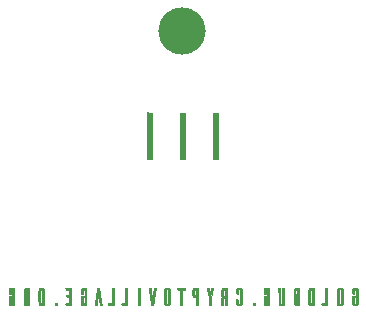
<source format=gbl>
G04 #@! TF.FileFunction,Copper,L2,Bot,Signal*
%FSLAX46Y46*%
G04 Gerber Fmt 4.6, Leading zero omitted, Abs format (unit mm)*
G04 Created by KiCad (PCBNEW 4.0.5) date Saturday, July 08, 2017 'AMt' 10:16:17 AM*
%MOMM*%
%LPD*%
G01*
G04 APERTURE LIST*
%ADD10C,0.100000*%
%ADD11C,0.010000*%
%ADD12C,4.000000*%
G04 APERTURE END LIST*
D10*
D11*
G36*
X177641875Y-57353351D02*
X177848250Y-57373250D01*
X177865042Y-59325875D01*
X177881835Y-61278500D01*
X177435500Y-61278500D01*
X177435500Y-57333454D01*
X177641875Y-57353351D01*
X177641875Y-57353351D01*
G37*
X177641875Y-57353351D02*
X177848250Y-57373250D01*
X177865042Y-59325875D01*
X177881835Y-61278500D01*
X177435500Y-61278500D01*
X177435500Y-57333454D01*
X177641875Y-57353351D01*
G36*
X180674000Y-61278500D02*
X180229500Y-61278500D01*
X180229500Y-57341500D01*
X180674000Y-57341500D01*
X180674000Y-61278500D01*
X180674000Y-61278500D01*
G37*
X180674000Y-61278500D02*
X180229500Y-61278500D01*
X180229500Y-57341500D01*
X180674000Y-57341500D01*
X180674000Y-61278500D01*
G36*
X183468000Y-61278500D02*
X183023500Y-61278500D01*
X183023500Y-57341500D01*
X183468000Y-57341500D01*
X183468000Y-61278500D01*
X183468000Y-61278500D01*
G37*
X183468000Y-61278500D02*
X183023500Y-61278500D01*
X183023500Y-57341500D01*
X183468000Y-57341500D01*
X183468000Y-61278500D01*
G36*
X166015037Y-72167878D02*
X166055917Y-72172925D01*
X166087773Y-72182821D01*
X166114475Y-72198782D01*
X166139890Y-72222024D01*
X166140668Y-72222841D01*
X166149779Y-72232365D01*
X166157689Y-72241216D01*
X166164483Y-72250597D01*
X166170245Y-72261710D01*
X166175060Y-72275760D01*
X166179014Y-72293950D01*
X166182190Y-72317482D01*
X166184675Y-72347561D01*
X166186552Y-72385390D01*
X166187906Y-72432172D01*
X166188822Y-72489110D01*
X166189385Y-72557408D01*
X166189680Y-72638268D01*
X166189792Y-72732896D01*
X166189805Y-72842492D01*
X166189800Y-72920000D01*
X166189806Y-73039640D01*
X166189768Y-73143551D01*
X166189600Y-73232938D01*
X166189218Y-73309005D01*
X166188536Y-73372958D01*
X166187471Y-73426001D01*
X166185937Y-73469337D01*
X166183849Y-73504173D01*
X166181123Y-73531712D01*
X166177673Y-73553160D01*
X166173415Y-73569720D01*
X166168264Y-73582597D01*
X166162135Y-73592997D01*
X166154943Y-73602123D01*
X166146604Y-73611180D01*
X166140668Y-73617451D01*
X166114786Y-73640792D01*
X166085962Y-73656931D01*
X166050618Y-73666951D01*
X166005177Y-73671933D01*
X165956967Y-73673016D01*
X165902131Y-73671633D01*
X165862247Y-73667554D01*
X165835519Y-73660589D01*
X165834200Y-73660035D01*
X165790276Y-73632454D01*
X165753903Y-73592674D01*
X165740291Y-73570154D01*
X165736116Y-73561096D01*
X165732726Y-73550617D01*
X165730040Y-73536961D01*
X165727977Y-73518371D01*
X165726456Y-73493089D01*
X165725395Y-73459359D01*
X165724714Y-73415423D01*
X165724331Y-73359526D01*
X165724165Y-73289909D01*
X165724134Y-73220519D01*
X165724134Y-72902297D01*
X165744915Y-72881515D01*
X165754080Y-72873140D01*
X165763999Y-72867382D01*
X165777846Y-72863751D01*
X165798796Y-72861758D01*
X165830023Y-72860916D01*
X165874702Y-72860734D01*
X165879851Y-72860733D01*
X165994005Y-72860733D01*
X165968424Y-72917151D01*
X165948762Y-72958790D01*
X165933076Y-72987200D01*
X165919474Y-73005036D01*
X165906061Y-73014953D01*
X165896171Y-73018507D01*
X165875552Y-73023682D01*
X165878160Y-73255296D01*
X165880767Y-73486910D01*
X165903819Y-73509948D01*
X165932928Y-73529194D01*
X165964205Y-73533570D01*
X165993681Y-73523086D01*
X166008864Y-73509654D01*
X166028934Y-73486322D01*
X166028934Y-72353677D01*
X166009884Y-72332030D01*
X165988310Y-72315046D01*
X165964394Y-72305315D01*
X165944238Y-72304397D01*
X165926013Y-72312365D01*
X165909360Y-72325781D01*
X165880767Y-72351314D01*
X165878066Y-72537495D01*
X165875366Y-72723675D01*
X165818800Y-72698553D01*
X165788290Y-72684773D01*
X165765159Y-72672442D01*
X165748386Y-72659053D01*
X165736948Y-72642101D01*
X165729825Y-72619080D01*
X165725996Y-72587483D01*
X165724439Y-72544804D01*
X165724134Y-72488537D01*
X165724134Y-72466224D01*
X165724471Y-72402285D01*
X165725881Y-72352629D01*
X165728957Y-72314612D01*
X165734294Y-72285590D01*
X165742487Y-72262921D01*
X165754130Y-72243959D01*
X165769819Y-72226062D01*
X165780508Y-72215599D01*
X165805917Y-72195014D01*
X165833792Y-72180810D01*
X165867815Y-72171988D01*
X165911668Y-72167546D01*
X165961266Y-72166467D01*
X166015037Y-72167878D01*
X166015037Y-72167878D01*
G37*
X166015037Y-72167878D02*
X166055917Y-72172925D01*
X166087773Y-72182821D01*
X166114475Y-72198782D01*
X166139890Y-72222024D01*
X166140668Y-72222841D01*
X166149779Y-72232365D01*
X166157689Y-72241216D01*
X166164483Y-72250597D01*
X166170245Y-72261710D01*
X166175060Y-72275760D01*
X166179014Y-72293950D01*
X166182190Y-72317482D01*
X166184675Y-72347561D01*
X166186552Y-72385390D01*
X166187906Y-72432172D01*
X166188822Y-72489110D01*
X166189385Y-72557408D01*
X166189680Y-72638268D01*
X166189792Y-72732896D01*
X166189805Y-72842492D01*
X166189800Y-72920000D01*
X166189806Y-73039640D01*
X166189768Y-73143551D01*
X166189600Y-73232938D01*
X166189218Y-73309005D01*
X166188536Y-73372958D01*
X166187471Y-73426001D01*
X166185937Y-73469337D01*
X166183849Y-73504173D01*
X166181123Y-73531712D01*
X166177673Y-73553160D01*
X166173415Y-73569720D01*
X166168264Y-73582597D01*
X166162135Y-73592997D01*
X166154943Y-73602123D01*
X166146604Y-73611180D01*
X166140668Y-73617451D01*
X166114786Y-73640792D01*
X166085962Y-73656931D01*
X166050618Y-73666951D01*
X166005177Y-73671933D01*
X165956967Y-73673016D01*
X165902131Y-73671633D01*
X165862247Y-73667554D01*
X165835519Y-73660589D01*
X165834200Y-73660035D01*
X165790276Y-73632454D01*
X165753903Y-73592674D01*
X165740291Y-73570154D01*
X165736116Y-73561096D01*
X165732726Y-73550617D01*
X165730040Y-73536961D01*
X165727977Y-73518371D01*
X165726456Y-73493089D01*
X165725395Y-73459359D01*
X165724714Y-73415423D01*
X165724331Y-73359526D01*
X165724165Y-73289909D01*
X165724134Y-73220519D01*
X165724134Y-72902297D01*
X165744915Y-72881515D01*
X165754080Y-72873140D01*
X165763999Y-72867382D01*
X165777846Y-72863751D01*
X165798796Y-72861758D01*
X165830023Y-72860916D01*
X165874702Y-72860734D01*
X165879851Y-72860733D01*
X165994005Y-72860733D01*
X165968424Y-72917151D01*
X165948762Y-72958790D01*
X165933076Y-72987200D01*
X165919474Y-73005036D01*
X165906061Y-73014953D01*
X165896171Y-73018507D01*
X165875552Y-73023682D01*
X165878160Y-73255296D01*
X165880767Y-73486910D01*
X165903819Y-73509948D01*
X165932928Y-73529194D01*
X165964205Y-73533570D01*
X165993681Y-73523086D01*
X166008864Y-73509654D01*
X166028934Y-73486322D01*
X166028934Y-72353677D01*
X166009884Y-72332030D01*
X165988310Y-72315046D01*
X165964394Y-72305315D01*
X165944238Y-72304397D01*
X165926013Y-72312365D01*
X165909360Y-72325781D01*
X165880767Y-72351314D01*
X165878066Y-72537495D01*
X165875366Y-72723675D01*
X165818800Y-72698553D01*
X165788290Y-72684773D01*
X165765159Y-72672442D01*
X165748386Y-72659053D01*
X165736948Y-72642101D01*
X165729825Y-72619080D01*
X165725996Y-72587483D01*
X165724439Y-72544804D01*
X165724134Y-72488537D01*
X165724134Y-72466224D01*
X165724471Y-72402285D01*
X165725881Y-72352629D01*
X165728957Y-72314612D01*
X165734294Y-72285590D01*
X165742487Y-72262921D01*
X165754130Y-72243959D01*
X165769819Y-72226062D01*
X165780508Y-72215599D01*
X165805917Y-72195014D01*
X165833792Y-72180810D01*
X165867815Y-72171988D01*
X165911668Y-72167546D01*
X165961266Y-72166467D01*
X166015037Y-72167878D01*
G36*
X168513909Y-72166321D02*
X168560071Y-72169374D01*
X168598773Y-72174885D01*
X168624039Y-72182257D01*
X168661536Y-72206445D01*
X168694188Y-72240497D01*
X168716939Y-72278754D01*
X168721375Y-72291209D01*
X168723355Y-72305067D01*
X168725017Y-72332215D01*
X168726364Y-72373108D01*
X168727403Y-72428199D01*
X168728138Y-72497939D01*
X168728573Y-72582782D01*
X168728713Y-72683182D01*
X168728563Y-72799590D01*
X168728128Y-72932460D01*
X168728107Y-72937556D01*
X168725567Y-73552013D01*
X168702211Y-73587301D01*
X168679746Y-73614600D01*
X168652058Y-73639843D01*
X168643604Y-73645944D01*
X168628489Y-73655383D01*
X168614231Y-73661943D01*
X168597293Y-73666223D01*
X168574139Y-73668823D01*
X168541232Y-73670343D01*
X168495036Y-73671381D01*
X168493393Y-73671411D01*
X168441733Y-73671853D01*
X168403827Y-73670830D01*
X168376538Y-73668104D01*
X168356731Y-73663434D01*
X168348800Y-73660361D01*
X168304244Y-73631949D01*
X168267676Y-73591474D01*
X168254891Y-73570154D01*
X168251827Y-73563608D01*
X168249176Y-73555926D01*
X168246909Y-73545906D01*
X168244995Y-73532346D01*
X168243405Y-73514044D01*
X168242109Y-73489797D01*
X168241077Y-73458403D01*
X168240278Y-73418661D01*
X168239685Y-73369368D01*
X168239265Y-73309322D01*
X168238990Y-73237320D01*
X168238830Y-73152162D01*
X168238754Y-73052644D01*
X168238734Y-72937564D01*
X168238734Y-72920000D01*
X168238734Y-72919258D01*
X168399600Y-72919258D01*
X168399632Y-73031835D01*
X168399748Y-73128696D01*
X168399975Y-73211056D01*
X168400343Y-73280131D01*
X168400879Y-73337139D01*
X168401612Y-73383296D01*
X168402570Y-73419818D01*
X168403781Y-73447921D01*
X168405275Y-73468821D01*
X168407079Y-73483736D01*
X168409221Y-73493881D01*
X168411730Y-73500473D01*
X168413206Y-73502924D01*
X168439253Y-73526584D01*
X168472548Y-73536700D01*
X168509236Y-73532514D01*
X168526770Y-73525279D01*
X168546986Y-73511296D01*
X168560216Y-73496202D01*
X168562200Y-73483829D01*
X168563933Y-73454708D01*
X168565415Y-73409027D01*
X168566640Y-73346968D01*
X168567607Y-73268718D01*
X168568313Y-73174462D01*
X168568755Y-73064383D01*
X168568930Y-72938668D01*
X168568934Y-72918207D01*
X168568949Y-72804356D01*
X168568928Y-72706229D01*
X168568772Y-72622615D01*
X168568379Y-72552307D01*
X168567649Y-72494093D01*
X168566483Y-72446765D01*
X168564780Y-72409113D01*
X168562440Y-72379928D01*
X168559363Y-72357999D01*
X168555449Y-72342118D01*
X168550597Y-72331075D01*
X168544708Y-72323660D01*
X168537680Y-72318664D01*
X168529415Y-72314877D01*
X168519811Y-72311090D01*
X168518612Y-72310598D01*
X168484055Y-72303903D01*
X168449763Y-72309982D01*
X168421811Y-72327496D01*
X168416900Y-72333023D01*
X168413482Y-72337706D01*
X168410546Y-72343247D01*
X168408056Y-72350891D01*
X168405976Y-72361883D01*
X168404268Y-72377469D01*
X168402896Y-72398892D01*
X168401823Y-72427399D01*
X168401012Y-72464234D01*
X168400427Y-72510641D01*
X168400031Y-72567867D01*
X168399787Y-72637155D01*
X168399658Y-72719752D01*
X168399608Y-72816901D01*
X168399600Y-72919258D01*
X168238734Y-72919258D01*
X168238749Y-72802627D01*
X168238815Y-72700986D01*
X168238961Y-72613873D01*
X168239218Y-72540088D01*
X168239616Y-72478427D01*
X168240183Y-72427689D01*
X168240950Y-72386672D01*
X168241948Y-72354173D01*
X168243205Y-72328990D01*
X168244752Y-72309921D01*
X168246618Y-72295765D01*
X168248834Y-72285318D01*
X168251429Y-72277379D01*
X168254433Y-72270746D01*
X168254891Y-72269846D01*
X168286575Y-72224940D01*
X168328491Y-72190852D01*
X168350645Y-72179616D01*
X168378654Y-72172373D01*
X168418401Y-72167773D01*
X168465086Y-72165772D01*
X168513909Y-72166321D01*
X168513909Y-72166321D01*
G37*
X168513909Y-72166321D02*
X168560071Y-72169374D01*
X168598773Y-72174885D01*
X168624039Y-72182257D01*
X168661536Y-72206445D01*
X168694188Y-72240497D01*
X168716939Y-72278754D01*
X168721375Y-72291209D01*
X168723355Y-72305067D01*
X168725017Y-72332215D01*
X168726364Y-72373108D01*
X168727403Y-72428199D01*
X168728138Y-72497939D01*
X168728573Y-72582782D01*
X168728713Y-72683182D01*
X168728563Y-72799590D01*
X168728128Y-72932460D01*
X168728107Y-72937556D01*
X168725567Y-73552013D01*
X168702211Y-73587301D01*
X168679746Y-73614600D01*
X168652058Y-73639843D01*
X168643604Y-73645944D01*
X168628489Y-73655383D01*
X168614231Y-73661943D01*
X168597293Y-73666223D01*
X168574139Y-73668823D01*
X168541232Y-73670343D01*
X168495036Y-73671381D01*
X168493393Y-73671411D01*
X168441733Y-73671853D01*
X168403827Y-73670830D01*
X168376538Y-73668104D01*
X168356731Y-73663434D01*
X168348800Y-73660361D01*
X168304244Y-73631949D01*
X168267676Y-73591474D01*
X168254891Y-73570154D01*
X168251827Y-73563608D01*
X168249176Y-73555926D01*
X168246909Y-73545906D01*
X168244995Y-73532346D01*
X168243405Y-73514044D01*
X168242109Y-73489797D01*
X168241077Y-73458403D01*
X168240278Y-73418661D01*
X168239685Y-73369368D01*
X168239265Y-73309322D01*
X168238990Y-73237320D01*
X168238830Y-73152162D01*
X168238754Y-73052644D01*
X168238734Y-72937564D01*
X168238734Y-72920000D01*
X168238734Y-72919258D01*
X168399600Y-72919258D01*
X168399632Y-73031835D01*
X168399748Y-73128696D01*
X168399975Y-73211056D01*
X168400343Y-73280131D01*
X168400879Y-73337139D01*
X168401612Y-73383296D01*
X168402570Y-73419818D01*
X168403781Y-73447921D01*
X168405275Y-73468821D01*
X168407079Y-73483736D01*
X168409221Y-73493881D01*
X168411730Y-73500473D01*
X168413206Y-73502924D01*
X168439253Y-73526584D01*
X168472548Y-73536700D01*
X168509236Y-73532514D01*
X168526770Y-73525279D01*
X168546986Y-73511296D01*
X168560216Y-73496202D01*
X168562200Y-73483829D01*
X168563933Y-73454708D01*
X168565415Y-73409027D01*
X168566640Y-73346968D01*
X168567607Y-73268718D01*
X168568313Y-73174462D01*
X168568755Y-73064383D01*
X168568930Y-72938668D01*
X168568934Y-72918207D01*
X168568949Y-72804356D01*
X168568928Y-72706229D01*
X168568772Y-72622615D01*
X168568379Y-72552307D01*
X168567649Y-72494093D01*
X168566483Y-72446765D01*
X168564780Y-72409113D01*
X168562440Y-72379928D01*
X168559363Y-72357999D01*
X168555449Y-72342118D01*
X168550597Y-72331075D01*
X168544708Y-72323660D01*
X168537680Y-72318664D01*
X168529415Y-72314877D01*
X168519811Y-72311090D01*
X168518612Y-72310598D01*
X168484055Y-72303903D01*
X168449763Y-72309982D01*
X168421811Y-72327496D01*
X168416900Y-72333023D01*
X168413482Y-72337706D01*
X168410546Y-72343247D01*
X168408056Y-72350891D01*
X168405976Y-72361883D01*
X168404268Y-72377469D01*
X168402896Y-72398892D01*
X168401823Y-72427399D01*
X168401012Y-72464234D01*
X168400427Y-72510641D01*
X168400031Y-72567867D01*
X168399787Y-72637155D01*
X168399658Y-72719752D01*
X168399608Y-72816901D01*
X168399600Y-72919258D01*
X168238734Y-72919258D01*
X168238749Y-72802627D01*
X168238815Y-72700986D01*
X168238961Y-72613873D01*
X168239218Y-72540088D01*
X168239616Y-72478427D01*
X168240183Y-72427689D01*
X168240950Y-72386672D01*
X168241948Y-72354173D01*
X168243205Y-72328990D01*
X168244752Y-72309921D01*
X168246618Y-72295765D01*
X168248834Y-72285318D01*
X168251429Y-72277379D01*
X168254433Y-72270746D01*
X168254891Y-72269846D01*
X168286575Y-72224940D01*
X168328491Y-72190852D01*
X168350645Y-72179616D01*
X168378654Y-72172373D01*
X168418401Y-72167773D01*
X168465086Y-72165772D01*
X168513909Y-72166321D01*
G36*
X172219350Y-72197299D02*
X172249605Y-72225455D01*
X172274605Y-72259790D01*
X172277333Y-72264797D01*
X172298500Y-72305697D01*
X172300839Y-72902018D01*
X172301308Y-73022901D01*
X172301641Y-73128055D01*
X172301748Y-73218687D01*
X172301536Y-73296003D01*
X172300913Y-73361207D01*
X172299790Y-73415506D01*
X172298073Y-73460104D01*
X172295672Y-73496208D01*
X172292495Y-73525022D01*
X172288450Y-73547754D01*
X172283446Y-73565607D01*
X172277393Y-73579787D01*
X172270197Y-73591500D01*
X172261768Y-73601952D01*
X172252014Y-73612348D01*
X172246509Y-73618007D01*
X172222525Y-73639352D01*
X172197447Y-73656681D01*
X172187313Y-73661847D01*
X172165831Y-73666910D01*
X172132250Y-73670495D01*
X172091315Y-73672556D01*
X172047767Y-73673048D01*
X172006350Y-73671927D01*
X171971808Y-73669148D01*
X171948882Y-73664666D01*
X171947387Y-73664113D01*
X171903389Y-73637947D01*
X171866983Y-73599140D01*
X171848444Y-73567189D01*
X171828000Y-73522534D01*
X171830417Y-73207812D01*
X171832834Y-72893089D01*
X171852821Y-72876911D01*
X171863001Y-72870235D01*
X171876229Y-72865666D01*
X171895666Y-72862821D01*
X171924471Y-72861317D01*
X171965802Y-72860770D01*
X171986171Y-72860733D01*
X172027769Y-72860963D01*
X172062505Y-72861594D01*
X172087284Y-72862536D01*
X172099006Y-72863699D01*
X172099534Y-72864016D01*
X172096254Y-72872728D01*
X172087581Y-72892770D01*
X172075265Y-72920121D01*
X172072846Y-72925399D01*
X172049264Y-72971586D01*
X172027792Y-73003207D01*
X172009021Y-73019472D01*
X172000691Y-73021600D01*
X171996925Y-73029628D01*
X171993841Y-73051983D01*
X171991432Y-73086073D01*
X171989691Y-73129307D01*
X171988613Y-73179092D01*
X171988191Y-73232837D01*
X171988420Y-73287949D01*
X171989293Y-73341837D01*
X171990804Y-73391907D01*
X171992947Y-73435570D01*
X171995715Y-73470232D01*
X171999103Y-73493301D01*
X172001830Y-73501149D01*
X172026721Y-73523814D01*
X172057989Y-73534037D01*
X172089970Y-73530032D01*
X172091466Y-73529434D01*
X172101228Y-73525415D01*
X172109641Y-73521222D01*
X172116805Y-73515644D01*
X172122821Y-73507470D01*
X172127790Y-73495488D01*
X172131810Y-73478488D01*
X172134983Y-73455258D01*
X172137408Y-73424587D01*
X172139186Y-73385263D01*
X172140416Y-73336076D01*
X172141200Y-73275814D01*
X172141637Y-73203265D01*
X172141827Y-73117219D01*
X172141870Y-73016464D01*
X172141867Y-72920000D01*
X172141869Y-72806010D01*
X172141808Y-72707742D01*
X172141585Y-72623985D01*
X172141098Y-72553528D01*
X172140248Y-72495159D01*
X172138935Y-72447666D01*
X172137058Y-72409840D01*
X172134518Y-72380468D01*
X172131213Y-72358339D01*
X172127045Y-72342242D01*
X172121912Y-72330966D01*
X172115715Y-72323299D01*
X172108353Y-72318030D01*
X172099727Y-72313948D01*
X172091466Y-72310565D01*
X172067490Y-72304179D01*
X172044786Y-72308602D01*
X172040548Y-72310284D01*
X172026048Y-72316757D01*
X172014873Y-72324098D01*
X172006532Y-72334478D01*
X172000532Y-72350068D01*
X171996380Y-72373038D01*
X171993585Y-72405558D01*
X171991654Y-72449800D01*
X171990096Y-72507934D01*
X171989467Y-72535540D01*
X171985234Y-72724259D01*
X171917412Y-72692366D01*
X171878652Y-72672520D01*
X171853758Y-72655582D01*
X171840300Y-72639849D01*
X171839096Y-72637438D01*
X171834481Y-72618174D01*
X171831211Y-72583338D01*
X171829259Y-72532496D01*
X171828600Y-72465211D01*
X171828600Y-72463920D01*
X171828689Y-72409836D01*
X171829196Y-72369631D01*
X171830484Y-72340250D01*
X171832915Y-72318640D01*
X171836851Y-72301745D01*
X171842654Y-72286512D01*
X171850686Y-72269885D01*
X171851884Y-72267520D01*
X171883005Y-72221735D01*
X171911880Y-72196152D01*
X171926974Y-72186030D01*
X171940317Y-72179025D01*
X171955374Y-72174565D01*
X171975613Y-72172075D01*
X172004498Y-72170980D01*
X172045495Y-72170707D01*
X172065563Y-72170700D01*
X172182534Y-72170700D01*
X172219350Y-72197299D01*
X172219350Y-72197299D01*
G37*
X172219350Y-72197299D02*
X172249605Y-72225455D01*
X172274605Y-72259790D01*
X172277333Y-72264797D01*
X172298500Y-72305697D01*
X172300839Y-72902018D01*
X172301308Y-73022901D01*
X172301641Y-73128055D01*
X172301748Y-73218687D01*
X172301536Y-73296003D01*
X172300913Y-73361207D01*
X172299790Y-73415506D01*
X172298073Y-73460104D01*
X172295672Y-73496208D01*
X172292495Y-73525022D01*
X172288450Y-73547754D01*
X172283446Y-73565607D01*
X172277393Y-73579787D01*
X172270197Y-73591500D01*
X172261768Y-73601952D01*
X172252014Y-73612348D01*
X172246509Y-73618007D01*
X172222525Y-73639352D01*
X172197447Y-73656681D01*
X172187313Y-73661847D01*
X172165831Y-73666910D01*
X172132250Y-73670495D01*
X172091315Y-73672556D01*
X172047767Y-73673048D01*
X172006350Y-73671927D01*
X171971808Y-73669148D01*
X171948882Y-73664666D01*
X171947387Y-73664113D01*
X171903389Y-73637947D01*
X171866983Y-73599140D01*
X171848444Y-73567189D01*
X171828000Y-73522534D01*
X171830417Y-73207812D01*
X171832834Y-72893089D01*
X171852821Y-72876911D01*
X171863001Y-72870235D01*
X171876229Y-72865666D01*
X171895666Y-72862821D01*
X171924471Y-72861317D01*
X171965802Y-72860770D01*
X171986171Y-72860733D01*
X172027769Y-72860963D01*
X172062505Y-72861594D01*
X172087284Y-72862536D01*
X172099006Y-72863699D01*
X172099534Y-72864016D01*
X172096254Y-72872728D01*
X172087581Y-72892770D01*
X172075265Y-72920121D01*
X172072846Y-72925399D01*
X172049264Y-72971586D01*
X172027792Y-73003207D01*
X172009021Y-73019472D01*
X172000691Y-73021600D01*
X171996925Y-73029628D01*
X171993841Y-73051983D01*
X171991432Y-73086073D01*
X171989691Y-73129307D01*
X171988613Y-73179092D01*
X171988191Y-73232837D01*
X171988420Y-73287949D01*
X171989293Y-73341837D01*
X171990804Y-73391907D01*
X171992947Y-73435570D01*
X171995715Y-73470232D01*
X171999103Y-73493301D01*
X172001830Y-73501149D01*
X172026721Y-73523814D01*
X172057989Y-73534037D01*
X172089970Y-73530032D01*
X172091466Y-73529434D01*
X172101228Y-73525415D01*
X172109641Y-73521222D01*
X172116805Y-73515644D01*
X172122821Y-73507470D01*
X172127790Y-73495488D01*
X172131810Y-73478488D01*
X172134983Y-73455258D01*
X172137408Y-73424587D01*
X172139186Y-73385263D01*
X172140416Y-73336076D01*
X172141200Y-73275814D01*
X172141637Y-73203265D01*
X172141827Y-73117219D01*
X172141870Y-73016464D01*
X172141867Y-72920000D01*
X172141869Y-72806010D01*
X172141808Y-72707742D01*
X172141585Y-72623985D01*
X172141098Y-72553528D01*
X172140248Y-72495159D01*
X172138935Y-72447666D01*
X172137058Y-72409840D01*
X172134518Y-72380468D01*
X172131213Y-72358339D01*
X172127045Y-72342242D01*
X172121912Y-72330966D01*
X172115715Y-72323299D01*
X172108353Y-72318030D01*
X172099727Y-72313948D01*
X172091466Y-72310565D01*
X172067490Y-72304179D01*
X172044786Y-72308602D01*
X172040548Y-72310284D01*
X172026048Y-72316757D01*
X172014873Y-72324098D01*
X172006532Y-72334478D01*
X172000532Y-72350068D01*
X171996380Y-72373038D01*
X171993585Y-72405558D01*
X171991654Y-72449800D01*
X171990096Y-72507934D01*
X171989467Y-72535540D01*
X171985234Y-72724259D01*
X171917412Y-72692366D01*
X171878652Y-72672520D01*
X171853758Y-72655582D01*
X171840300Y-72639849D01*
X171839096Y-72637438D01*
X171834481Y-72618174D01*
X171831211Y-72583338D01*
X171829259Y-72532496D01*
X171828600Y-72465211D01*
X171828600Y-72463920D01*
X171828689Y-72409836D01*
X171829196Y-72369631D01*
X171830484Y-72340250D01*
X171832915Y-72318640D01*
X171836851Y-72301745D01*
X171842654Y-72286512D01*
X171850686Y-72269885D01*
X171851884Y-72267520D01*
X171883005Y-72221735D01*
X171911880Y-72196152D01*
X171926974Y-72186030D01*
X171940317Y-72179025D01*
X171955374Y-72174565D01*
X171975613Y-72172075D01*
X172004498Y-72170980D01*
X172045495Y-72170707D01*
X172065563Y-72170700D01*
X172182534Y-72170700D01*
X172219350Y-72197299D01*
G36*
X179119696Y-72167795D02*
X179127061Y-72167959D01*
X179173905Y-72169194D01*
X179207309Y-72170762D01*
X179230767Y-72173302D01*
X179247769Y-72177457D01*
X179261808Y-72183867D01*
X179276376Y-72193172D01*
X179280691Y-72196152D01*
X179318162Y-72232001D01*
X179340650Y-72267520D01*
X179363933Y-72313436D01*
X179363933Y-73527666D01*
X179340283Y-73572938D01*
X179312498Y-73613855D01*
X179280324Y-73643755D01*
X179265444Y-73653832D01*
X179252034Y-73660898D01*
X179236686Y-73665564D01*
X179215995Y-73668435D01*
X179186554Y-73670122D01*
X179144957Y-73671230D01*
X179124058Y-73671650D01*
X179076394Y-73672441D01*
X179042183Y-73672349D01*
X179017951Y-73670943D01*
X179000224Y-73667789D01*
X178985527Y-73662455D01*
X178970386Y-73654511D01*
X178966000Y-73651995D01*
X178924808Y-73622708D01*
X178896620Y-73588236D01*
X178877510Y-73543754D01*
X178877240Y-73542880D01*
X178874680Y-73532565D01*
X178872474Y-73518667D01*
X178870598Y-73499969D01*
X178869026Y-73475251D01*
X178867734Y-73443296D01*
X178866696Y-73402885D01*
X178865887Y-73352798D01*
X178865282Y-73291819D01*
X178864856Y-73218727D01*
X178864584Y-73132305D01*
X178864440Y-73031334D01*
X178864400Y-72920000D01*
X178864413Y-72800812D01*
X178864515Y-72697339D01*
X178864795Y-72608363D01*
X178865348Y-72532666D01*
X178866264Y-72469028D01*
X178867635Y-72416233D01*
X178869553Y-72373061D01*
X178871150Y-72351344D01*
X179029500Y-72351344D01*
X179029500Y-72918416D01*
X179029512Y-73030242D01*
X179029570Y-73126369D01*
X179029711Y-73208032D01*
X179029970Y-73276466D01*
X179030382Y-73332906D01*
X179030985Y-73378585D01*
X179031812Y-73414740D01*
X179032901Y-73442604D01*
X179034286Y-73463413D01*
X179036003Y-73478400D01*
X179038088Y-73488801D01*
X179040577Y-73495851D01*
X179043505Y-73500784D01*
X179046433Y-73504310D01*
X179078277Y-73528690D01*
X179114318Y-73537255D01*
X179152034Y-73529521D01*
X179159506Y-73526001D01*
X179180065Y-73509803D01*
X179192952Y-73491736D01*
X179195139Y-73482202D01*
X179197023Y-73463300D01*
X179198620Y-73434153D01*
X179199945Y-73393883D01*
X179201013Y-73341610D01*
X179201841Y-73276458D01*
X179202443Y-73197546D01*
X179202836Y-73103997D01*
X179203034Y-72994933D01*
X179203067Y-72920000D01*
X179202980Y-72800987D01*
X179202708Y-72698028D01*
X179202236Y-72610245D01*
X179201548Y-72536759D01*
X179200629Y-72476692D01*
X179199463Y-72429166D01*
X179198035Y-72393302D01*
X179196329Y-72368222D01*
X179194330Y-72353047D01*
X179192952Y-72348263D01*
X179172494Y-72321598D01*
X179143349Y-72306429D01*
X179109869Y-72303448D01*
X179076405Y-72313349D01*
X179057150Y-72326639D01*
X179029500Y-72351344D01*
X178871150Y-72351344D01*
X178872110Y-72338295D01*
X178875397Y-72310716D01*
X178879508Y-72289105D01*
X178884532Y-72272245D01*
X178890563Y-72258918D01*
X178897693Y-72247904D01*
X178906012Y-72237986D01*
X178915613Y-72227946D01*
X178916654Y-72226881D01*
X178941269Y-72203678D01*
X178964935Y-72187117D01*
X178991131Y-72176222D01*
X179023338Y-72170020D01*
X179065033Y-72167536D01*
X179119696Y-72167795D01*
X179119696Y-72167795D01*
G37*
X179119696Y-72167795D02*
X179127061Y-72167959D01*
X179173905Y-72169194D01*
X179207309Y-72170762D01*
X179230767Y-72173302D01*
X179247769Y-72177457D01*
X179261808Y-72183867D01*
X179276376Y-72193172D01*
X179280691Y-72196152D01*
X179318162Y-72232001D01*
X179340650Y-72267520D01*
X179363933Y-72313436D01*
X179363933Y-73527666D01*
X179340283Y-73572938D01*
X179312498Y-73613855D01*
X179280324Y-73643755D01*
X179265444Y-73653832D01*
X179252034Y-73660898D01*
X179236686Y-73665564D01*
X179215995Y-73668435D01*
X179186554Y-73670122D01*
X179144957Y-73671230D01*
X179124058Y-73671650D01*
X179076394Y-73672441D01*
X179042183Y-73672349D01*
X179017951Y-73670943D01*
X179000224Y-73667789D01*
X178985527Y-73662455D01*
X178970386Y-73654511D01*
X178966000Y-73651995D01*
X178924808Y-73622708D01*
X178896620Y-73588236D01*
X178877510Y-73543754D01*
X178877240Y-73542880D01*
X178874680Y-73532565D01*
X178872474Y-73518667D01*
X178870598Y-73499969D01*
X178869026Y-73475251D01*
X178867734Y-73443296D01*
X178866696Y-73402885D01*
X178865887Y-73352798D01*
X178865282Y-73291819D01*
X178864856Y-73218727D01*
X178864584Y-73132305D01*
X178864440Y-73031334D01*
X178864400Y-72920000D01*
X178864413Y-72800812D01*
X178864515Y-72697339D01*
X178864795Y-72608363D01*
X178865348Y-72532666D01*
X178866264Y-72469028D01*
X178867635Y-72416233D01*
X178869553Y-72373061D01*
X178871150Y-72351344D01*
X179029500Y-72351344D01*
X179029500Y-72918416D01*
X179029512Y-73030242D01*
X179029570Y-73126369D01*
X179029711Y-73208032D01*
X179029970Y-73276466D01*
X179030382Y-73332906D01*
X179030985Y-73378585D01*
X179031812Y-73414740D01*
X179032901Y-73442604D01*
X179034286Y-73463413D01*
X179036003Y-73478400D01*
X179038088Y-73488801D01*
X179040577Y-73495851D01*
X179043505Y-73500784D01*
X179046433Y-73504310D01*
X179078277Y-73528690D01*
X179114318Y-73537255D01*
X179152034Y-73529521D01*
X179159506Y-73526001D01*
X179180065Y-73509803D01*
X179192952Y-73491736D01*
X179195139Y-73482202D01*
X179197023Y-73463300D01*
X179198620Y-73434153D01*
X179199945Y-73393883D01*
X179201013Y-73341610D01*
X179201841Y-73276458D01*
X179202443Y-73197546D01*
X179202836Y-73103997D01*
X179203034Y-72994933D01*
X179203067Y-72920000D01*
X179202980Y-72800987D01*
X179202708Y-72698028D01*
X179202236Y-72610245D01*
X179201548Y-72536759D01*
X179200629Y-72476692D01*
X179199463Y-72429166D01*
X179198035Y-72393302D01*
X179196329Y-72368222D01*
X179194330Y-72353047D01*
X179192952Y-72348263D01*
X179172494Y-72321598D01*
X179143349Y-72306429D01*
X179109869Y-72303448D01*
X179076405Y-72313349D01*
X179057150Y-72326639D01*
X179029500Y-72351344D01*
X178871150Y-72351344D01*
X178872110Y-72338295D01*
X178875397Y-72310716D01*
X178879508Y-72289105D01*
X178884532Y-72272245D01*
X178890563Y-72258918D01*
X178897693Y-72247904D01*
X178906012Y-72237986D01*
X178915613Y-72227946D01*
X178916654Y-72226881D01*
X178941269Y-72203678D01*
X178964935Y-72187117D01*
X178991131Y-72176222D01*
X179023338Y-72170020D01*
X179065033Y-72167536D01*
X179119696Y-72167795D01*
G36*
X185269995Y-72167374D02*
X185308375Y-72170841D01*
X185337828Y-72177986D01*
X185362326Y-72189928D01*
X185385843Y-72207785D01*
X185395092Y-72216116D01*
X185415445Y-72239271D01*
X185433521Y-72266499D01*
X185435309Y-72269846D01*
X185438373Y-72276392D01*
X185441024Y-72284073D01*
X185443292Y-72294093D01*
X185445205Y-72307653D01*
X185446795Y-72325956D01*
X185448092Y-72350203D01*
X185449124Y-72381596D01*
X185449922Y-72421339D01*
X185450516Y-72470632D01*
X185450935Y-72530678D01*
X185451210Y-72602679D01*
X185451370Y-72687838D01*
X185451446Y-72787356D01*
X185451467Y-72902436D01*
X185451467Y-72920000D01*
X185451451Y-73037372D01*
X185451385Y-73139014D01*
X185451239Y-73226126D01*
X185450982Y-73299912D01*
X185450585Y-73361572D01*
X185450017Y-73412310D01*
X185449250Y-73453328D01*
X185448253Y-73485827D01*
X185446995Y-73511010D01*
X185445449Y-73530078D01*
X185443582Y-73544235D01*
X185441367Y-73554681D01*
X185438772Y-73562620D01*
X185435768Y-73569254D01*
X185435309Y-73570154D01*
X185403888Y-73614325D01*
X185361185Y-73650026D01*
X185343937Y-73659867D01*
X185318221Y-73667576D01*
X185280695Y-73672386D01*
X185236228Y-73674342D01*
X185189684Y-73673491D01*
X185145932Y-73669877D01*
X185109837Y-73663549D01*
X185091634Y-73657482D01*
X185063927Y-73641286D01*
X185038806Y-73621343D01*
X185034933Y-73617451D01*
X185020415Y-73600938D01*
X185009064Y-73584492D01*
X185000494Y-73565824D01*
X184994318Y-73542650D01*
X184990150Y-73512682D01*
X184987604Y-73473634D01*
X184986294Y-73423220D01*
X184985833Y-73359153D01*
X184985800Y-73326558D01*
X184985800Y-73122973D01*
X185013317Y-73134606D01*
X185065062Y-73157678D01*
X185101003Y-73176506D01*
X185121655Y-73191377D01*
X185126648Y-73197901D01*
X185129195Y-73210893D01*
X185131888Y-73237601D01*
X185134487Y-73274811D01*
X185136754Y-73319310D01*
X185137900Y-73349513D01*
X185139672Y-73400660D01*
X185141411Y-73437723D01*
X185143605Y-73463541D01*
X185146743Y-73480954D01*
X185151313Y-73492804D01*
X185157804Y-73501929D01*
X185165486Y-73509956D01*
X185195279Y-73529412D01*
X185227541Y-73532989D01*
X185258863Y-73520687D01*
X185271781Y-73509934D01*
X185294834Y-73486882D01*
X185294834Y-72353118D01*
X185271781Y-72330066D01*
X185241999Y-72310597D01*
X185209740Y-72307007D01*
X185178411Y-72319296D01*
X185165486Y-72330045D01*
X185142434Y-72353077D01*
X185138200Y-72534282D01*
X185133967Y-72715487D01*
X185073841Y-72687621D01*
X185044890Y-72673905D01*
X185023103Y-72661514D01*
X185007461Y-72647871D01*
X184996947Y-72630399D01*
X184990542Y-72606523D01*
X184987228Y-72573665D01*
X184985987Y-72529250D01*
X184985800Y-72470701D01*
X184985800Y-72464877D01*
X184986222Y-72401401D01*
X184987854Y-72352142D01*
X184991245Y-72314397D01*
X184996943Y-72285463D01*
X185005497Y-72262638D01*
X185017456Y-72243217D01*
X185033368Y-72224499D01*
X185034933Y-72222841D01*
X185059621Y-72199893D01*
X185085263Y-72183939D01*
X185115613Y-72173826D01*
X185154426Y-72168404D01*
X185205455Y-72166520D01*
X185218717Y-72166467D01*
X185269995Y-72167374D01*
X185269995Y-72167374D01*
G37*
X185269995Y-72167374D02*
X185308375Y-72170841D01*
X185337828Y-72177986D01*
X185362326Y-72189928D01*
X185385843Y-72207785D01*
X185395092Y-72216116D01*
X185415445Y-72239271D01*
X185433521Y-72266499D01*
X185435309Y-72269846D01*
X185438373Y-72276392D01*
X185441024Y-72284073D01*
X185443292Y-72294093D01*
X185445205Y-72307653D01*
X185446795Y-72325956D01*
X185448092Y-72350203D01*
X185449124Y-72381596D01*
X185449922Y-72421339D01*
X185450516Y-72470632D01*
X185450935Y-72530678D01*
X185451210Y-72602679D01*
X185451370Y-72687838D01*
X185451446Y-72787356D01*
X185451467Y-72902436D01*
X185451467Y-72920000D01*
X185451451Y-73037372D01*
X185451385Y-73139014D01*
X185451239Y-73226126D01*
X185450982Y-73299912D01*
X185450585Y-73361572D01*
X185450017Y-73412310D01*
X185449250Y-73453328D01*
X185448253Y-73485827D01*
X185446995Y-73511010D01*
X185445449Y-73530078D01*
X185443582Y-73544235D01*
X185441367Y-73554681D01*
X185438772Y-73562620D01*
X185435768Y-73569254D01*
X185435309Y-73570154D01*
X185403888Y-73614325D01*
X185361185Y-73650026D01*
X185343937Y-73659867D01*
X185318221Y-73667576D01*
X185280695Y-73672386D01*
X185236228Y-73674342D01*
X185189684Y-73673491D01*
X185145932Y-73669877D01*
X185109837Y-73663549D01*
X185091634Y-73657482D01*
X185063927Y-73641286D01*
X185038806Y-73621343D01*
X185034933Y-73617451D01*
X185020415Y-73600938D01*
X185009064Y-73584492D01*
X185000494Y-73565824D01*
X184994318Y-73542650D01*
X184990150Y-73512682D01*
X184987604Y-73473634D01*
X184986294Y-73423220D01*
X184985833Y-73359153D01*
X184985800Y-73326558D01*
X184985800Y-73122973D01*
X185013317Y-73134606D01*
X185065062Y-73157678D01*
X185101003Y-73176506D01*
X185121655Y-73191377D01*
X185126648Y-73197901D01*
X185129195Y-73210893D01*
X185131888Y-73237601D01*
X185134487Y-73274811D01*
X185136754Y-73319310D01*
X185137900Y-73349513D01*
X185139672Y-73400660D01*
X185141411Y-73437723D01*
X185143605Y-73463541D01*
X185146743Y-73480954D01*
X185151313Y-73492804D01*
X185157804Y-73501929D01*
X185165486Y-73509956D01*
X185195279Y-73529412D01*
X185227541Y-73532989D01*
X185258863Y-73520687D01*
X185271781Y-73509934D01*
X185294834Y-73486882D01*
X185294834Y-72353118D01*
X185271781Y-72330066D01*
X185241999Y-72310597D01*
X185209740Y-72307007D01*
X185178411Y-72319296D01*
X185165486Y-72330045D01*
X185142434Y-72353077D01*
X185138200Y-72534282D01*
X185133967Y-72715487D01*
X185073841Y-72687621D01*
X185044890Y-72673905D01*
X185023103Y-72661514D01*
X185007461Y-72647871D01*
X184996947Y-72630399D01*
X184990542Y-72606523D01*
X184987228Y-72573665D01*
X184985987Y-72529250D01*
X184985800Y-72470701D01*
X184985800Y-72464877D01*
X184986222Y-72401401D01*
X184987854Y-72352142D01*
X184991245Y-72314397D01*
X184996943Y-72285463D01*
X185005497Y-72262638D01*
X185017456Y-72243217D01*
X185033368Y-72224499D01*
X185034933Y-72222841D01*
X185059621Y-72199893D01*
X185085263Y-72183939D01*
X185115613Y-72173826D01*
X185154426Y-72168404D01*
X185205455Y-72166520D01*
X185218717Y-72166467D01*
X185269995Y-72167374D01*
G36*
X187595042Y-72167615D02*
X187635164Y-72171885D01*
X187666298Y-72180508D01*
X187692361Y-72194717D01*
X187717273Y-72215748D01*
X187725832Y-72224315D01*
X187735882Y-72234791D01*
X187744599Y-72244901D01*
X187752080Y-72255865D01*
X187758417Y-72268905D01*
X187763707Y-72285240D01*
X187768044Y-72306092D01*
X187771522Y-72332682D01*
X187774236Y-72366230D01*
X187776280Y-72407957D01*
X187777751Y-72459084D01*
X187778741Y-72520832D01*
X187779347Y-72594421D01*
X187779662Y-72681072D01*
X187779782Y-72782007D01*
X187779800Y-72898445D01*
X187779800Y-72920000D01*
X187779789Y-73039212D01*
X187779694Y-73142711D01*
X187779419Y-73231719D01*
X187778870Y-73307455D01*
X187777952Y-73371141D01*
X187776570Y-73423998D01*
X187774630Y-73467247D01*
X187772037Y-73502107D01*
X187768697Y-73529800D01*
X187764514Y-73551547D01*
X187759394Y-73568569D01*
X187753242Y-73582085D01*
X187745964Y-73593318D01*
X187737464Y-73603487D01*
X187727649Y-73613814D01*
X187725832Y-73615685D01*
X187700532Y-73639151D01*
X187675380Y-73655432D01*
X187646474Y-73665751D01*
X187609911Y-73671334D01*
X187561788Y-73673405D01*
X187541454Y-73673526D01*
X187496543Y-73673023D01*
X187464295Y-73671137D01*
X187440462Y-73667291D01*
X187420792Y-73660912D01*
X187409193Y-73655614D01*
X187367430Y-73626772D01*
X187334376Y-73587782D01*
X187315331Y-73547191D01*
X187312250Y-73527687D01*
X187309762Y-73491668D01*
X187307864Y-73439047D01*
X187306553Y-73369738D01*
X187305828Y-73283657D01*
X187305667Y-73208616D01*
X187305667Y-72902297D01*
X187326449Y-72881515D01*
X187335591Y-72873157D01*
X187345483Y-72867404D01*
X187359289Y-72863771D01*
X187380173Y-72861771D01*
X187411299Y-72860921D01*
X187455833Y-72860734D01*
X187461915Y-72860733D01*
X187503739Y-72861173D01*
X187538691Y-72862380D01*
X187563700Y-72864183D01*
X187575699Y-72866412D01*
X187576310Y-72867083D01*
X187571512Y-72882448D01*
X187559677Y-72906876D01*
X187543351Y-72936156D01*
X187525077Y-72966076D01*
X187507400Y-72992424D01*
X187492865Y-73010988D01*
X187485584Y-73017258D01*
X187466534Y-73025615D01*
X187466534Y-73252764D01*
X187466864Y-73324746D01*
X187467823Y-73386072D01*
X187469360Y-73435334D01*
X187471424Y-73471122D01*
X187473965Y-73492025D01*
X187475251Y-73496202D01*
X187490928Y-73513150D01*
X187515211Y-73528415D01*
X187540042Y-73537318D01*
X187547393Y-73538067D01*
X187561341Y-73532409D01*
X187580677Y-73518079D01*
X187590147Y-73509280D01*
X187618934Y-73480493D01*
X187618934Y-72359506D01*
X187589124Y-72329697D01*
X187569148Y-72311649D01*
X187553505Y-72304173D01*
X187535959Y-72304612D01*
X187532003Y-72305349D01*
X187506989Y-72314563D01*
X187487730Y-72327755D01*
X187482186Y-72334369D01*
X187477903Y-72343226D01*
X187474651Y-72356576D01*
X187472198Y-72376668D01*
X187470313Y-72405755D01*
X187468767Y-72446086D01*
X187467327Y-72499911D01*
X187466534Y-72534478D01*
X187462300Y-72724259D01*
X187394479Y-72692366D01*
X187355719Y-72672520D01*
X187330824Y-72655582D01*
X187317367Y-72639849D01*
X187316162Y-72637438D01*
X187312167Y-72619792D01*
X187309101Y-72588791D01*
X187306973Y-72547990D01*
X187305793Y-72500940D01*
X187305569Y-72451197D01*
X187306309Y-72402314D01*
X187308022Y-72357845D01*
X187310716Y-72321342D01*
X187314400Y-72296361D01*
X187315331Y-72292809D01*
X187336591Y-72248851D01*
X187370440Y-72210565D01*
X187409930Y-72184160D01*
X187429624Y-72176010D01*
X187451134Y-72170749D01*
X187478749Y-72167803D01*
X187516759Y-72166597D01*
X187542010Y-72166467D01*
X187595042Y-72167615D01*
X187595042Y-72167615D01*
G37*
X187595042Y-72167615D02*
X187635164Y-72171885D01*
X187666298Y-72180508D01*
X187692361Y-72194717D01*
X187717273Y-72215748D01*
X187725832Y-72224315D01*
X187735882Y-72234791D01*
X187744599Y-72244901D01*
X187752080Y-72255865D01*
X187758417Y-72268905D01*
X187763707Y-72285240D01*
X187768044Y-72306092D01*
X187771522Y-72332682D01*
X187774236Y-72366230D01*
X187776280Y-72407957D01*
X187777751Y-72459084D01*
X187778741Y-72520832D01*
X187779347Y-72594421D01*
X187779662Y-72681072D01*
X187779782Y-72782007D01*
X187779800Y-72898445D01*
X187779800Y-72920000D01*
X187779789Y-73039212D01*
X187779694Y-73142711D01*
X187779419Y-73231719D01*
X187778870Y-73307455D01*
X187777952Y-73371141D01*
X187776570Y-73423998D01*
X187774630Y-73467247D01*
X187772037Y-73502107D01*
X187768697Y-73529800D01*
X187764514Y-73551547D01*
X187759394Y-73568569D01*
X187753242Y-73582085D01*
X187745964Y-73593318D01*
X187737464Y-73603487D01*
X187727649Y-73613814D01*
X187725832Y-73615685D01*
X187700532Y-73639151D01*
X187675380Y-73655432D01*
X187646474Y-73665751D01*
X187609911Y-73671334D01*
X187561788Y-73673405D01*
X187541454Y-73673526D01*
X187496543Y-73673023D01*
X187464295Y-73671137D01*
X187440462Y-73667291D01*
X187420792Y-73660912D01*
X187409193Y-73655614D01*
X187367430Y-73626772D01*
X187334376Y-73587782D01*
X187315331Y-73547191D01*
X187312250Y-73527687D01*
X187309762Y-73491668D01*
X187307864Y-73439047D01*
X187306553Y-73369738D01*
X187305828Y-73283657D01*
X187305667Y-73208616D01*
X187305667Y-72902297D01*
X187326449Y-72881515D01*
X187335591Y-72873157D01*
X187345483Y-72867404D01*
X187359289Y-72863771D01*
X187380173Y-72861771D01*
X187411299Y-72860921D01*
X187455833Y-72860734D01*
X187461915Y-72860733D01*
X187503739Y-72861173D01*
X187538691Y-72862380D01*
X187563700Y-72864183D01*
X187575699Y-72866412D01*
X187576310Y-72867083D01*
X187571512Y-72882448D01*
X187559677Y-72906876D01*
X187543351Y-72936156D01*
X187525077Y-72966076D01*
X187507400Y-72992424D01*
X187492865Y-73010988D01*
X187485584Y-73017258D01*
X187466534Y-73025615D01*
X187466534Y-73252764D01*
X187466864Y-73324746D01*
X187467823Y-73386072D01*
X187469360Y-73435334D01*
X187471424Y-73471122D01*
X187473965Y-73492025D01*
X187475251Y-73496202D01*
X187490928Y-73513150D01*
X187515211Y-73528415D01*
X187540042Y-73537318D01*
X187547393Y-73538067D01*
X187561341Y-73532409D01*
X187580677Y-73518079D01*
X187590147Y-73509280D01*
X187618934Y-73480493D01*
X187618934Y-72359506D01*
X187589124Y-72329697D01*
X187569148Y-72311649D01*
X187553505Y-72304173D01*
X187535959Y-72304612D01*
X187532003Y-72305349D01*
X187506989Y-72314563D01*
X187487730Y-72327755D01*
X187482186Y-72334369D01*
X187477903Y-72343226D01*
X187474651Y-72356576D01*
X187472198Y-72376668D01*
X187470313Y-72405755D01*
X187468767Y-72446086D01*
X187467327Y-72499911D01*
X187466534Y-72534478D01*
X187462300Y-72724259D01*
X187394479Y-72692366D01*
X187355719Y-72672520D01*
X187330824Y-72655582D01*
X187317367Y-72639849D01*
X187316162Y-72637438D01*
X187312167Y-72619792D01*
X187309101Y-72588791D01*
X187306973Y-72547990D01*
X187305793Y-72500940D01*
X187305569Y-72451197D01*
X187306309Y-72402314D01*
X187308022Y-72357845D01*
X187310716Y-72321342D01*
X187314400Y-72296361D01*
X187315331Y-72292809D01*
X187336591Y-72248851D01*
X187370440Y-72210565D01*
X187409930Y-72184160D01*
X187429624Y-72176010D01*
X187451134Y-72170749D01*
X187478749Y-72167803D01*
X187516759Y-72166597D01*
X187542010Y-72166467D01*
X187595042Y-72167615D01*
G36*
X189016052Y-72174067D02*
X189025375Y-72178110D01*
X189033083Y-72186030D01*
X189039335Y-72198915D01*
X189044289Y-72217851D01*
X189048103Y-72243927D01*
X189050937Y-72278228D01*
X189052950Y-72321842D01*
X189054299Y-72375857D01*
X189055144Y-72441358D01*
X189055643Y-72519433D01*
X189055955Y-72611170D01*
X189056239Y-72717655D01*
X189056653Y-72839975D01*
X189056657Y-72840999D01*
X189057116Y-72980442D01*
X189057280Y-73103288D01*
X189057147Y-73209869D01*
X189056714Y-73300518D01*
X189055977Y-73375569D01*
X189054934Y-73435355D01*
X189053580Y-73480208D01*
X189051913Y-73510462D01*
X189050066Y-73525846D01*
X189031233Y-73574817D01*
X188998659Y-73617211D01*
X188955312Y-73649202D01*
X188953731Y-73650037D01*
X188932252Y-73659315D01*
X188907596Y-73665296D01*
X188875068Y-73668781D01*
X188833900Y-73670477D01*
X188793165Y-73670637D01*
X188754662Y-73669320D01*
X188724257Y-73666785D01*
X188713897Y-73665137D01*
X188662085Y-73648522D01*
X188621737Y-73621594D01*
X188589281Y-73581667D01*
X188578774Y-73563467D01*
X188575900Y-73557416D01*
X188573389Y-73549996D01*
X188571211Y-73540069D01*
X188569337Y-73526497D01*
X188567738Y-73508142D01*
X188566385Y-73483866D01*
X188565249Y-73452532D01*
X188564300Y-73413002D01*
X188563509Y-73364138D01*
X188562848Y-73304803D01*
X188562287Y-73233858D01*
X188561797Y-73150165D01*
X188561348Y-73052587D01*
X188560912Y-72939987D01*
X188560609Y-72854383D01*
X188558250Y-72174933D01*
X188719294Y-72174933D01*
X188723834Y-73486887D01*
X188746604Y-73509654D01*
X188776269Y-73528330D01*
X188811102Y-73533917D01*
X188845527Y-73526415D01*
X188870397Y-73509654D01*
X188893167Y-73486887D01*
X188895436Y-72830910D01*
X188897706Y-72174933D01*
X188959435Y-72174933D01*
X188976805Y-72174336D01*
X188991926Y-72173267D01*
X189004955Y-72172816D01*
X189016052Y-72174067D01*
X189016052Y-72174067D01*
G37*
X189016052Y-72174067D02*
X189025375Y-72178110D01*
X189033083Y-72186030D01*
X189039335Y-72198915D01*
X189044289Y-72217851D01*
X189048103Y-72243927D01*
X189050937Y-72278228D01*
X189052950Y-72321842D01*
X189054299Y-72375857D01*
X189055144Y-72441358D01*
X189055643Y-72519433D01*
X189055955Y-72611170D01*
X189056239Y-72717655D01*
X189056653Y-72839975D01*
X189056657Y-72840999D01*
X189057116Y-72980442D01*
X189057280Y-73103288D01*
X189057147Y-73209869D01*
X189056714Y-73300518D01*
X189055977Y-73375569D01*
X189054934Y-73435355D01*
X189053580Y-73480208D01*
X189051913Y-73510462D01*
X189050066Y-73525846D01*
X189031233Y-73574817D01*
X188998659Y-73617211D01*
X188955312Y-73649202D01*
X188953731Y-73650037D01*
X188932252Y-73659315D01*
X188907596Y-73665296D01*
X188875068Y-73668781D01*
X188833900Y-73670477D01*
X188793165Y-73670637D01*
X188754662Y-73669320D01*
X188724257Y-73666785D01*
X188713897Y-73665137D01*
X188662085Y-73648522D01*
X188621737Y-73621594D01*
X188589281Y-73581667D01*
X188578774Y-73563467D01*
X188575900Y-73557416D01*
X188573389Y-73549996D01*
X188571211Y-73540069D01*
X188569337Y-73526497D01*
X188567738Y-73508142D01*
X188566385Y-73483866D01*
X188565249Y-73452532D01*
X188564300Y-73413002D01*
X188563509Y-73364138D01*
X188562848Y-73304803D01*
X188562287Y-73233858D01*
X188561797Y-73150165D01*
X188561348Y-73052587D01*
X188560912Y-72939987D01*
X188560609Y-72854383D01*
X188558250Y-72174933D01*
X188719294Y-72174933D01*
X188723834Y-73486887D01*
X188746604Y-73509654D01*
X188776269Y-73528330D01*
X188811102Y-73533917D01*
X188845527Y-73526415D01*
X188870397Y-73509654D01*
X188893167Y-73486887D01*
X188895436Y-72830910D01*
X188897706Y-72174933D01*
X188959435Y-72174933D01*
X188976805Y-72174336D01*
X188991926Y-72173267D01*
X189004955Y-72172816D01*
X189016052Y-72174067D01*
G36*
X193927880Y-72198047D02*
X193967129Y-72234557D01*
X193987146Y-72265781D01*
X194007033Y-72306167D01*
X194009692Y-72894600D01*
X194010172Y-73026745D01*
X194010337Y-73142414D01*
X194010184Y-73242060D01*
X194009708Y-73326137D01*
X194008904Y-73395099D01*
X194007766Y-73449399D01*
X194006290Y-73489492D01*
X194004472Y-73515832D01*
X194002982Y-73526380D01*
X193985376Y-73572076D01*
X193955043Y-73614324D01*
X193916094Y-73647883D01*
X193900628Y-73656892D01*
X193883924Y-73664079D01*
X193864739Y-73668902D01*
X193839395Y-73671794D01*
X193804212Y-73673190D01*
X193759721Y-73673526D01*
X193712652Y-73673159D01*
X193678674Y-73671744D01*
X193653954Y-73668804D01*
X193634658Y-73663863D01*
X193616954Y-73656443D01*
X193615058Y-73655514D01*
X193587769Y-73638304D01*
X193563750Y-73617161D01*
X193558170Y-73610615D01*
X193549481Y-73599323D01*
X193541949Y-73588998D01*
X193535490Y-73578408D01*
X193530022Y-73566322D01*
X193525464Y-73551508D01*
X193521731Y-73532736D01*
X193518743Y-73508772D01*
X193516417Y-73478386D01*
X193514669Y-73440347D01*
X193513419Y-73393423D01*
X193512582Y-73336382D01*
X193512077Y-73267994D01*
X193511822Y-73187026D01*
X193511734Y-73092247D01*
X193511730Y-72982425D01*
X193511731Y-72950332D01*
X193671580Y-72950332D01*
X193671779Y-73036367D01*
X193672260Y-73120037D01*
X193673023Y-73199589D01*
X193674069Y-73273274D01*
X193675399Y-73339339D01*
X193677013Y-73396035D01*
X193678912Y-73441611D01*
X193681097Y-73474315D01*
X193683568Y-73492397D01*
X193684415Y-73494801D01*
X193707098Y-73519987D01*
X193737851Y-73533440D01*
X193772108Y-73534702D01*
X193805302Y-73523312D01*
X193824175Y-73508876D01*
X193846167Y-73486888D01*
X193850751Y-72362916D01*
X193828899Y-72336946D01*
X193800923Y-72314596D01*
X193768075Y-72304602D01*
X193734753Y-72306716D01*
X193705353Y-72320692D01*
X193684901Y-72345039D01*
X193682327Y-72358436D01*
X193680027Y-72386976D01*
X193678001Y-72428908D01*
X193676252Y-72482481D01*
X193674778Y-72545945D01*
X193673581Y-72617547D01*
X193672663Y-72695538D01*
X193672022Y-72778166D01*
X193671661Y-72863681D01*
X193671580Y-72950332D01*
X193511731Y-72950332D01*
X193511733Y-72917005D01*
X193511733Y-72312333D01*
X193535384Y-72267061D01*
X193563307Y-72225983D01*
X193595380Y-72196244D01*
X193631726Y-72170700D01*
X193888500Y-72170700D01*
X193927880Y-72198047D01*
X193927880Y-72198047D01*
G37*
X193927880Y-72198047D02*
X193967129Y-72234557D01*
X193987146Y-72265781D01*
X194007033Y-72306167D01*
X194009692Y-72894600D01*
X194010172Y-73026745D01*
X194010337Y-73142414D01*
X194010184Y-73242060D01*
X194009708Y-73326137D01*
X194008904Y-73395099D01*
X194007766Y-73449399D01*
X194006290Y-73489492D01*
X194004472Y-73515832D01*
X194002982Y-73526380D01*
X193985376Y-73572076D01*
X193955043Y-73614324D01*
X193916094Y-73647883D01*
X193900628Y-73656892D01*
X193883924Y-73664079D01*
X193864739Y-73668902D01*
X193839395Y-73671794D01*
X193804212Y-73673190D01*
X193759721Y-73673526D01*
X193712652Y-73673159D01*
X193678674Y-73671744D01*
X193653954Y-73668804D01*
X193634658Y-73663863D01*
X193616954Y-73656443D01*
X193615058Y-73655514D01*
X193587769Y-73638304D01*
X193563750Y-73617161D01*
X193558170Y-73610615D01*
X193549481Y-73599323D01*
X193541949Y-73588998D01*
X193535490Y-73578408D01*
X193530022Y-73566322D01*
X193525464Y-73551508D01*
X193521731Y-73532736D01*
X193518743Y-73508772D01*
X193516417Y-73478386D01*
X193514669Y-73440347D01*
X193513419Y-73393423D01*
X193512582Y-73336382D01*
X193512077Y-73267994D01*
X193511822Y-73187026D01*
X193511734Y-73092247D01*
X193511730Y-72982425D01*
X193511731Y-72950332D01*
X193671580Y-72950332D01*
X193671779Y-73036367D01*
X193672260Y-73120037D01*
X193673023Y-73199589D01*
X193674069Y-73273274D01*
X193675399Y-73339339D01*
X193677013Y-73396035D01*
X193678912Y-73441611D01*
X193681097Y-73474315D01*
X193683568Y-73492397D01*
X193684415Y-73494801D01*
X193707098Y-73519987D01*
X193737851Y-73533440D01*
X193772108Y-73534702D01*
X193805302Y-73523312D01*
X193824175Y-73508876D01*
X193846167Y-73486888D01*
X193850751Y-72362916D01*
X193828899Y-72336946D01*
X193800923Y-72314596D01*
X193768075Y-72304602D01*
X193734753Y-72306716D01*
X193705353Y-72320692D01*
X193684901Y-72345039D01*
X193682327Y-72358436D01*
X193680027Y-72386976D01*
X193678001Y-72428908D01*
X193676252Y-72482481D01*
X193674778Y-72545945D01*
X193673581Y-72617547D01*
X193672663Y-72695538D01*
X193672022Y-72778166D01*
X193671661Y-72863681D01*
X193671580Y-72950332D01*
X193511731Y-72950332D01*
X193511733Y-72917005D01*
X193511733Y-72312333D01*
X193535384Y-72267061D01*
X193563307Y-72225983D01*
X193595380Y-72196244D01*
X193631726Y-72170700D01*
X193888500Y-72170700D01*
X193927880Y-72198047D01*
G36*
X195097107Y-72168764D02*
X195131614Y-72174396D01*
X195148337Y-72180133D01*
X195193813Y-72211463D01*
X195229946Y-72253167D01*
X195239709Y-72269846D01*
X195242773Y-72276392D01*
X195245424Y-72284073D01*
X195247692Y-72294093D01*
X195249605Y-72307653D01*
X195251195Y-72325956D01*
X195252492Y-72350203D01*
X195253524Y-72381596D01*
X195254322Y-72421339D01*
X195254916Y-72470632D01*
X195255335Y-72530678D01*
X195255610Y-72602679D01*
X195255770Y-72687838D01*
X195255846Y-72787356D01*
X195255867Y-72902436D01*
X195255867Y-72920000D01*
X195255851Y-73037372D01*
X195255785Y-73139014D01*
X195255639Y-73226126D01*
X195255382Y-73299912D01*
X195254985Y-73361572D01*
X195254417Y-73412310D01*
X195253650Y-73453328D01*
X195252653Y-73485827D01*
X195251395Y-73511010D01*
X195249849Y-73530078D01*
X195247982Y-73544235D01*
X195245767Y-73554681D01*
X195243172Y-73562620D01*
X195240168Y-73569254D01*
X195239709Y-73570154D01*
X195222602Y-73597045D01*
X195202050Y-73621424D01*
X195199492Y-73623883D01*
X195174971Y-73644456D01*
X195150888Y-73658545D01*
X195123188Y-73667305D01*
X195087820Y-73671894D01*
X195040730Y-73673468D01*
X195025571Y-73673526D01*
X194980678Y-73673013D01*
X194948443Y-73671096D01*
X194924608Y-73667200D01*
X194904917Y-73660749D01*
X194893931Y-73655715D01*
X194849735Y-73624988D01*
X194814879Y-73582955D01*
X194801617Y-73557388D01*
X194798479Y-73546174D01*
X194795930Y-73527999D01*
X194793919Y-73501383D01*
X194792397Y-73464842D01*
X194791315Y-73416896D01*
X194790623Y-73356061D01*
X194790271Y-73280856D01*
X194790200Y-73216220D01*
X194790200Y-72902297D01*
X194810982Y-72881515D01*
X194820124Y-72873157D01*
X194830016Y-72867404D01*
X194843822Y-72863771D01*
X194864706Y-72861771D01*
X194895833Y-72860921D01*
X194940366Y-72860734D01*
X194946449Y-72860733D01*
X194988273Y-72861173D01*
X195023224Y-72862380D01*
X195048234Y-72864183D01*
X195060233Y-72866412D01*
X195060843Y-72867083D01*
X195056045Y-72882448D01*
X195044211Y-72906876D01*
X195027884Y-72936156D01*
X195009610Y-72966076D01*
X194991934Y-72992424D01*
X194977399Y-73010988D01*
X194970117Y-73017258D01*
X194951067Y-73025615D01*
X194951067Y-73255969D01*
X194951095Y-73324341D01*
X194951287Y-73377845D01*
X194951808Y-73418544D01*
X194952820Y-73448504D01*
X194954486Y-73469787D01*
X194956970Y-73484460D01*
X194960436Y-73494585D01*
X194965046Y-73502229D01*
X194970964Y-73509454D01*
X194971136Y-73509654D01*
X194997625Y-73529057D01*
X195028293Y-73533606D01*
X195059175Y-73523288D01*
X195076181Y-73509934D01*
X195099233Y-73486882D01*
X195099233Y-72351344D01*
X195070640Y-72325796D01*
X195049451Y-72309500D01*
X195031690Y-72303984D01*
X195015636Y-72305529D01*
X194990793Y-72314865D01*
X194972263Y-72327755D01*
X194966729Y-72334355D01*
X194962452Y-72343192D01*
X194959202Y-72356510D01*
X194956750Y-72376555D01*
X194954866Y-72405573D01*
X194953320Y-72445808D01*
X194951885Y-72499506D01*
X194951067Y-72535212D01*
X194946833Y-72725727D01*
X194877605Y-72692235D01*
X194845644Y-72675433D01*
X194819234Y-72659075D01*
X194802476Y-72645804D01*
X194799289Y-72641762D01*
X194795526Y-72625930D01*
X194792725Y-72596577D01*
X194790864Y-72557089D01*
X194789922Y-72510849D01*
X194789876Y-72461242D01*
X194790705Y-72411653D01*
X194792386Y-72365466D01*
X194794897Y-72326064D01*
X194798217Y-72296834D01*
X194801617Y-72282611D01*
X194826178Y-72240814D01*
X194860335Y-72205066D01*
X194895683Y-72182381D01*
X194923653Y-72174231D01*
X194962630Y-72168751D01*
X195007765Y-72165986D01*
X195054208Y-72165976D01*
X195097107Y-72168764D01*
X195097107Y-72168764D01*
G37*
X195097107Y-72168764D02*
X195131614Y-72174396D01*
X195148337Y-72180133D01*
X195193813Y-72211463D01*
X195229946Y-72253167D01*
X195239709Y-72269846D01*
X195242773Y-72276392D01*
X195245424Y-72284073D01*
X195247692Y-72294093D01*
X195249605Y-72307653D01*
X195251195Y-72325956D01*
X195252492Y-72350203D01*
X195253524Y-72381596D01*
X195254322Y-72421339D01*
X195254916Y-72470632D01*
X195255335Y-72530678D01*
X195255610Y-72602679D01*
X195255770Y-72687838D01*
X195255846Y-72787356D01*
X195255867Y-72902436D01*
X195255867Y-72920000D01*
X195255851Y-73037372D01*
X195255785Y-73139014D01*
X195255639Y-73226126D01*
X195255382Y-73299912D01*
X195254985Y-73361572D01*
X195254417Y-73412310D01*
X195253650Y-73453328D01*
X195252653Y-73485827D01*
X195251395Y-73511010D01*
X195249849Y-73530078D01*
X195247982Y-73544235D01*
X195245767Y-73554681D01*
X195243172Y-73562620D01*
X195240168Y-73569254D01*
X195239709Y-73570154D01*
X195222602Y-73597045D01*
X195202050Y-73621424D01*
X195199492Y-73623883D01*
X195174971Y-73644456D01*
X195150888Y-73658545D01*
X195123188Y-73667305D01*
X195087820Y-73671894D01*
X195040730Y-73673468D01*
X195025571Y-73673526D01*
X194980678Y-73673013D01*
X194948443Y-73671096D01*
X194924608Y-73667200D01*
X194904917Y-73660749D01*
X194893931Y-73655715D01*
X194849735Y-73624988D01*
X194814879Y-73582955D01*
X194801617Y-73557388D01*
X194798479Y-73546174D01*
X194795930Y-73527999D01*
X194793919Y-73501383D01*
X194792397Y-73464842D01*
X194791315Y-73416896D01*
X194790623Y-73356061D01*
X194790271Y-73280856D01*
X194790200Y-73216220D01*
X194790200Y-72902297D01*
X194810982Y-72881515D01*
X194820124Y-72873157D01*
X194830016Y-72867404D01*
X194843822Y-72863771D01*
X194864706Y-72861771D01*
X194895833Y-72860921D01*
X194940366Y-72860734D01*
X194946449Y-72860733D01*
X194988273Y-72861173D01*
X195023224Y-72862380D01*
X195048234Y-72864183D01*
X195060233Y-72866412D01*
X195060843Y-72867083D01*
X195056045Y-72882448D01*
X195044211Y-72906876D01*
X195027884Y-72936156D01*
X195009610Y-72966076D01*
X194991934Y-72992424D01*
X194977399Y-73010988D01*
X194970117Y-73017258D01*
X194951067Y-73025615D01*
X194951067Y-73255969D01*
X194951095Y-73324341D01*
X194951287Y-73377845D01*
X194951808Y-73418544D01*
X194952820Y-73448504D01*
X194954486Y-73469787D01*
X194956970Y-73484460D01*
X194960436Y-73494585D01*
X194965046Y-73502229D01*
X194970964Y-73509454D01*
X194971136Y-73509654D01*
X194997625Y-73529057D01*
X195028293Y-73533606D01*
X195059175Y-73523288D01*
X195076181Y-73509934D01*
X195099233Y-73486882D01*
X195099233Y-72351344D01*
X195070640Y-72325796D01*
X195049451Y-72309500D01*
X195031690Y-72303984D01*
X195015636Y-72305529D01*
X194990793Y-72314865D01*
X194972263Y-72327755D01*
X194966729Y-72334355D01*
X194962452Y-72343192D01*
X194959202Y-72356510D01*
X194956750Y-72376555D01*
X194954866Y-72405573D01*
X194953320Y-72445808D01*
X194951885Y-72499506D01*
X194951067Y-72535212D01*
X194946833Y-72725727D01*
X194877605Y-72692235D01*
X194845644Y-72675433D01*
X194819234Y-72659075D01*
X194802476Y-72645804D01*
X194799289Y-72641762D01*
X194795526Y-72625930D01*
X194792725Y-72596577D01*
X194790864Y-72557089D01*
X194789922Y-72510849D01*
X194789876Y-72461242D01*
X194790705Y-72411653D01*
X194792386Y-72365466D01*
X194794897Y-72326064D01*
X194798217Y-72296834D01*
X194801617Y-72282611D01*
X194826178Y-72240814D01*
X194860335Y-72205066D01*
X194895683Y-72182381D01*
X194923653Y-72174231D01*
X194962630Y-72168751D01*
X195007765Y-72165986D01*
X195054208Y-72165976D01*
X195097107Y-72168764D01*
G36*
X167459800Y-73665067D02*
X167298934Y-73665067D01*
X167298934Y-73030066D01*
X167245376Y-73030066D01*
X167214310Y-73030992D01*
X167194433Y-73034886D01*
X167180051Y-73043429D01*
X167171293Y-73051905D01*
X167150767Y-73073744D01*
X167148338Y-73369405D01*
X167145908Y-73665067D01*
X166984732Y-73665067D01*
X166987316Y-73345450D01*
X166988013Y-73263282D01*
X166988712Y-73196263D01*
X166989520Y-73142611D01*
X166990541Y-73100543D01*
X166991881Y-73068274D01*
X166993646Y-73044022D01*
X166995942Y-73026003D01*
X166998873Y-73012434D01*
X167002545Y-73001532D01*
X167007064Y-72991514D01*
X167008415Y-72988784D01*
X167026931Y-72951734D01*
X167008415Y-72926695D01*
X167003481Y-72919598D01*
X166999512Y-72911848D01*
X166996403Y-72901641D01*
X166994048Y-72887170D01*
X166992344Y-72866631D01*
X166991185Y-72838218D01*
X166990466Y-72800125D01*
X166990082Y-72750549D01*
X166989928Y-72687682D01*
X166989901Y-72612064D01*
X167146236Y-72612064D01*
X167146832Y-72667830D01*
X167148034Y-72720122D01*
X167149835Y-72766045D01*
X167152226Y-72802700D01*
X167155196Y-72827192D01*
X167157409Y-72835166D01*
X167177384Y-72858952D01*
X167209004Y-72872863D01*
X167253733Y-72877539D01*
X167254484Y-72877542D01*
X167298934Y-72877667D01*
X167298934Y-72327333D01*
X167252765Y-72327333D01*
X167208450Y-72330860D01*
X167177730Y-72341962D01*
X167158687Y-72361418D01*
X167155934Y-72366765D01*
X167152692Y-72382533D01*
X167150113Y-72412209D01*
X167148187Y-72452898D01*
X167146905Y-72501701D01*
X167146258Y-72555722D01*
X167146236Y-72612064D01*
X166989901Y-72612064D01*
X166989900Y-72609721D01*
X166989900Y-72608145D01*
X166989935Y-72529746D01*
X166990109Y-72466420D01*
X166990525Y-72416309D01*
X166991287Y-72377551D01*
X166992498Y-72348288D01*
X166994262Y-72326660D01*
X166996683Y-72310806D01*
X166999864Y-72298868D01*
X167003908Y-72288984D01*
X167008126Y-72280766D01*
X167036768Y-72239263D01*
X167074481Y-72207459D01*
X167095734Y-72194974D01*
X167108257Y-72189376D01*
X167123718Y-72185136D01*
X167144704Y-72182009D01*
X167173807Y-72179752D01*
X167213615Y-72178120D01*
X167266718Y-72176868D01*
X167292584Y-72176414D01*
X167459800Y-72173662D01*
X167459800Y-73665067D01*
X167459800Y-73665067D01*
G37*
X167459800Y-73665067D02*
X167298934Y-73665067D01*
X167298934Y-73030066D01*
X167245376Y-73030066D01*
X167214310Y-73030992D01*
X167194433Y-73034886D01*
X167180051Y-73043429D01*
X167171293Y-73051905D01*
X167150767Y-73073744D01*
X167148338Y-73369405D01*
X167145908Y-73665067D01*
X166984732Y-73665067D01*
X166987316Y-73345450D01*
X166988013Y-73263282D01*
X166988712Y-73196263D01*
X166989520Y-73142611D01*
X166990541Y-73100543D01*
X166991881Y-73068274D01*
X166993646Y-73044022D01*
X166995942Y-73026003D01*
X166998873Y-73012434D01*
X167002545Y-73001532D01*
X167007064Y-72991514D01*
X167008415Y-72988784D01*
X167026931Y-72951734D01*
X167008415Y-72926695D01*
X167003481Y-72919598D01*
X166999512Y-72911848D01*
X166996403Y-72901641D01*
X166994048Y-72887170D01*
X166992344Y-72866631D01*
X166991185Y-72838218D01*
X166990466Y-72800125D01*
X166990082Y-72750549D01*
X166989928Y-72687682D01*
X166989901Y-72612064D01*
X167146236Y-72612064D01*
X167146832Y-72667830D01*
X167148034Y-72720122D01*
X167149835Y-72766045D01*
X167152226Y-72802700D01*
X167155196Y-72827192D01*
X167157409Y-72835166D01*
X167177384Y-72858952D01*
X167209004Y-72872863D01*
X167253733Y-72877539D01*
X167254484Y-72877542D01*
X167298934Y-72877667D01*
X167298934Y-72327333D01*
X167252765Y-72327333D01*
X167208450Y-72330860D01*
X167177730Y-72341962D01*
X167158687Y-72361418D01*
X167155934Y-72366765D01*
X167152692Y-72382533D01*
X167150113Y-72412209D01*
X167148187Y-72452898D01*
X167146905Y-72501701D01*
X167146258Y-72555722D01*
X167146236Y-72612064D01*
X166989901Y-72612064D01*
X166989900Y-72609721D01*
X166989900Y-72608145D01*
X166989935Y-72529746D01*
X166990109Y-72466420D01*
X166990525Y-72416309D01*
X166991287Y-72377551D01*
X166992498Y-72348288D01*
X166994262Y-72326660D01*
X166996683Y-72310806D01*
X166999864Y-72298868D01*
X167003908Y-72288984D01*
X167008126Y-72280766D01*
X167036768Y-72239263D01*
X167074481Y-72207459D01*
X167095734Y-72194974D01*
X167108257Y-72189376D01*
X167123718Y-72185136D01*
X167144704Y-72182009D01*
X167173807Y-72179752D01*
X167213615Y-72178120D01*
X167266718Y-72176868D01*
X167292584Y-72176414D01*
X167459800Y-72173662D01*
X167459800Y-73665067D01*
G36*
X169830467Y-73550449D02*
X169829464Y-73596499D01*
X169824969Y-73628281D01*
X169814752Y-73648410D01*
X169796585Y-73659505D01*
X169768236Y-73664182D01*
X169732823Y-73665067D01*
X169669046Y-73665067D01*
X169671440Y-73569817D01*
X169673833Y-73474567D01*
X169752150Y-73472132D01*
X169830467Y-73469698D01*
X169830467Y-73550449D01*
X169830467Y-73550449D01*
G37*
X169830467Y-73550449D02*
X169829464Y-73596499D01*
X169824969Y-73628281D01*
X169814752Y-73648410D01*
X169796585Y-73659505D01*
X169768236Y-73664182D01*
X169732823Y-73665067D01*
X169669046Y-73665067D01*
X169671440Y-73569817D01*
X169673833Y-73474567D01*
X169752150Y-73472132D01*
X169830467Y-73469698D01*
X169830467Y-73550449D01*
G36*
X170796613Y-72175086D02*
X170848083Y-72175625D01*
X170886764Y-72176673D01*
X170914727Y-72178351D01*
X170934045Y-72180780D01*
X170946787Y-72184083D01*
X170954650Y-72188113D01*
X170973467Y-72201293D01*
X170973467Y-73665067D01*
X170793550Y-73664735D01*
X170727863Y-73664316D01*
X170677042Y-73663247D01*
X170639027Y-73661405D01*
X170611759Y-73658667D01*
X170593178Y-73654909D01*
X170585667Y-73652255D01*
X170569327Y-73642530D01*
X170555152Y-73626813D01*
X170540288Y-73601345D01*
X170528517Y-73576941D01*
X170515042Y-73547231D01*
X170504860Y-73523746D01*
X170499666Y-73510429D01*
X170499334Y-73508988D01*
X170507361Y-73507478D01*
X170529686Y-73506164D01*
X170563673Y-73505126D01*
X170606687Y-73504444D01*
X170655967Y-73504200D01*
X170812600Y-73504200D01*
X170812600Y-73243427D01*
X170812402Y-73163435D01*
X170811777Y-73099174D01*
X170810680Y-73049445D01*
X170809066Y-73013049D01*
X170806891Y-72988789D01*
X170804109Y-72975465D01*
X170802440Y-72972493D01*
X170788502Y-72966951D01*
X170762361Y-72963347D01*
X170735179Y-72962333D01*
X170698051Y-72960167D01*
X170670326Y-72951934D01*
X170648665Y-72935031D01*
X170629728Y-72906857D01*
X170610243Y-72864967D01*
X170585300Y-72805700D01*
X170698950Y-72803344D01*
X170812600Y-72800989D01*
X170812600Y-72578554D01*
X170812352Y-72504593D01*
X170811573Y-72446328D01*
X170810208Y-72402530D01*
X170808204Y-72371969D01*
X170805507Y-72353413D01*
X170802440Y-72345960D01*
X170787915Y-72340585D01*
X170757755Y-72337161D01*
X170713163Y-72335816D01*
X170706957Y-72335800D01*
X170662232Y-72334961D01*
X170631327Y-72332187D01*
X170611199Y-72327095D01*
X170602868Y-72322656D01*
X170593182Y-72311158D01*
X170578969Y-72288945D01*
X170562681Y-72260558D01*
X170546771Y-72230536D01*
X170533690Y-72203419D01*
X170525889Y-72183747D01*
X170524734Y-72177974D01*
X170532817Y-72177131D01*
X170555533Y-72176378D01*
X170590581Y-72175748D01*
X170635661Y-72175277D01*
X170688472Y-72174997D01*
X170730283Y-72174933D01*
X170796613Y-72175086D01*
X170796613Y-72175086D01*
G37*
X170796613Y-72175086D02*
X170848083Y-72175625D01*
X170886764Y-72176673D01*
X170914727Y-72178351D01*
X170934045Y-72180780D01*
X170946787Y-72184083D01*
X170954650Y-72188113D01*
X170973467Y-72201293D01*
X170973467Y-73665067D01*
X170793550Y-73664735D01*
X170727863Y-73664316D01*
X170677042Y-73663247D01*
X170639027Y-73661405D01*
X170611759Y-73658667D01*
X170593178Y-73654909D01*
X170585667Y-73652255D01*
X170569327Y-73642530D01*
X170555152Y-73626813D01*
X170540288Y-73601345D01*
X170528517Y-73576941D01*
X170515042Y-73547231D01*
X170504860Y-73523746D01*
X170499666Y-73510429D01*
X170499334Y-73508988D01*
X170507361Y-73507478D01*
X170529686Y-73506164D01*
X170563673Y-73505126D01*
X170606687Y-73504444D01*
X170655967Y-73504200D01*
X170812600Y-73504200D01*
X170812600Y-73243427D01*
X170812402Y-73163435D01*
X170811777Y-73099174D01*
X170810680Y-73049445D01*
X170809066Y-73013049D01*
X170806891Y-72988789D01*
X170804109Y-72975465D01*
X170802440Y-72972493D01*
X170788502Y-72966951D01*
X170762361Y-72963347D01*
X170735179Y-72962333D01*
X170698051Y-72960167D01*
X170670326Y-72951934D01*
X170648665Y-72935031D01*
X170629728Y-72906857D01*
X170610243Y-72864967D01*
X170585300Y-72805700D01*
X170698950Y-72803344D01*
X170812600Y-72800989D01*
X170812600Y-72578554D01*
X170812352Y-72504593D01*
X170811573Y-72446328D01*
X170810208Y-72402530D01*
X170808204Y-72371969D01*
X170805507Y-72353413D01*
X170802440Y-72345960D01*
X170787915Y-72340585D01*
X170757755Y-72337161D01*
X170713163Y-72335816D01*
X170706957Y-72335800D01*
X170662232Y-72334961D01*
X170631327Y-72332187D01*
X170611199Y-72327095D01*
X170602868Y-72322656D01*
X170593182Y-72311158D01*
X170578969Y-72288945D01*
X170562681Y-72260558D01*
X170546771Y-72230536D01*
X170533690Y-72203419D01*
X170525889Y-72183747D01*
X170524734Y-72177974D01*
X170532817Y-72177131D01*
X170555533Y-72176378D01*
X170590581Y-72175748D01*
X170635661Y-72175277D01*
X170688472Y-72174997D01*
X170730283Y-72174933D01*
X170796613Y-72175086D01*
G36*
X173346650Y-72176051D02*
X173364331Y-72178788D01*
X173369533Y-72182407D01*
X173370773Y-72191715D01*
X173374369Y-72216545D01*
X173380140Y-72255680D01*
X173387902Y-72307898D01*
X173397474Y-72371982D01*
X173408671Y-72446713D01*
X173421313Y-72530871D01*
X173435216Y-72623236D01*
X173450198Y-72722591D01*
X173466075Y-72827716D01*
X173479563Y-72916890D01*
X173496044Y-73025912D01*
X173511779Y-73130225D01*
X173526583Y-73228604D01*
X173540275Y-73319821D01*
X173552671Y-73402651D01*
X173563588Y-73475866D01*
X173572843Y-73538240D01*
X173580253Y-73588546D01*
X173585635Y-73625558D01*
X173588807Y-73648049D01*
X173589629Y-73654779D01*
X173585494Y-73659831D01*
X173571503Y-73662785D01*
X173545347Y-73663864D01*
X173504715Y-73663296D01*
X173502883Y-73663246D01*
X173416100Y-73660833D01*
X173351350Y-73169766D01*
X173339619Y-73081079D01*
X173328542Y-72997892D01*
X173318316Y-72921634D01*
X173309135Y-72853733D01*
X173301194Y-72795616D01*
X173294688Y-72748710D01*
X173289811Y-72714444D01*
X173286760Y-72694245D01*
X173285733Y-72689287D01*
X173284357Y-72701157D01*
X173281014Y-72727923D01*
X173275951Y-72767693D01*
X173269415Y-72818575D01*
X173261654Y-72878676D01*
X173252915Y-72946106D01*
X173243445Y-73018971D01*
X173233490Y-73095380D01*
X173223300Y-73173440D01*
X173213119Y-73251260D01*
X173203197Y-73326947D01*
X173193779Y-73398610D01*
X173185113Y-73464357D01*
X173177447Y-73522294D01*
X173171027Y-73570532D01*
X173166100Y-73607176D01*
X173162915Y-73630336D01*
X173161847Y-73637550D01*
X173157100Y-73665067D01*
X173072817Y-73665067D01*
X173034464Y-73664876D01*
X173009953Y-73663853D01*
X172996193Y-73661316D01*
X172990094Y-73656586D01*
X172988564Y-73648983D01*
X172988533Y-73646530D01*
X172989825Y-73631293D01*
X172993541Y-73601269D01*
X172999448Y-73557962D01*
X173007307Y-73502875D01*
X173016885Y-73437512D01*
X173027944Y-73363374D01*
X173040249Y-73281965D01*
X173053564Y-73194789D01*
X173067653Y-73103349D01*
X173082281Y-73009147D01*
X173097211Y-72913688D01*
X173112207Y-72818473D01*
X173127033Y-72725006D01*
X173141455Y-72634791D01*
X173155235Y-72549330D01*
X173168138Y-72470126D01*
X173179928Y-72398683D01*
X173190369Y-72336504D01*
X173199225Y-72285092D01*
X173206260Y-72245950D01*
X173211239Y-72220581D01*
X173213890Y-72210539D01*
X173231643Y-72192397D01*
X173247761Y-72183022D01*
X173266770Y-72178641D01*
X173292900Y-72176002D01*
X173321184Y-72175130D01*
X173346650Y-72176051D01*
X173346650Y-72176051D01*
G37*
X173346650Y-72176051D02*
X173364331Y-72178788D01*
X173369533Y-72182407D01*
X173370773Y-72191715D01*
X173374369Y-72216545D01*
X173380140Y-72255680D01*
X173387902Y-72307898D01*
X173397474Y-72371982D01*
X173408671Y-72446713D01*
X173421313Y-72530871D01*
X173435216Y-72623236D01*
X173450198Y-72722591D01*
X173466075Y-72827716D01*
X173479563Y-72916890D01*
X173496044Y-73025912D01*
X173511779Y-73130225D01*
X173526583Y-73228604D01*
X173540275Y-73319821D01*
X173552671Y-73402651D01*
X173563588Y-73475866D01*
X173572843Y-73538240D01*
X173580253Y-73588546D01*
X173585635Y-73625558D01*
X173588807Y-73648049D01*
X173589629Y-73654779D01*
X173585494Y-73659831D01*
X173571503Y-73662785D01*
X173545347Y-73663864D01*
X173504715Y-73663296D01*
X173502883Y-73663246D01*
X173416100Y-73660833D01*
X173351350Y-73169766D01*
X173339619Y-73081079D01*
X173328542Y-72997892D01*
X173318316Y-72921634D01*
X173309135Y-72853733D01*
X173301194Y-72795616D01*
X173294688Y-72748710D01*
X173289811Y-72714444D01*
X173286760Y-72694245D01*
X173285733Y-72689287D01*
X173284357Y-72701157D01*
X173281014Y-72727923D01*
X173275951Y-72767693D01*
X173269415Y-72818575D01*
X173261654Y-72878676D01*
X173252915Y-72946106D01*
X173243445Y-73018971D01*
X173233490Y-73095380D01*
X173223300Y-73173440D01*
X173213119Y-73251260D01*
X173203197Y-73326947D01*
X173193779Y-73398610D01*
X173185113Y-73464357D01*
X173177447Y-73522294D01*
X173171027Y-73570532D01*
X173166100Y-73607176D01*
X173162915Y-73630336D01*
X173161847Y-73637550D01*
X173157100Y-73665067D01*
X173072817Y-73665067D01*
X173034464Y-73664876D01*
X173009953Y-73663853D01*
X172996193Y-73661316D01*
X172990094Y-73656586D01*
X172988564Y-73648983D01*
X172988533Y-73646530D01*
X172989825Y-73631293D01*
X172993541Y-73601269D01*
X172999448Y-73557962D01*
X173007307Y-73502875D01*
X173016885Y-73437512D01*
X173027944Y-73363374D01*
X173040249Y-73281965D01*
X173053564Y-73194789D01*
X173067653Y-73103349D01*
X173082281Y-73009147D01*
X173097211Y-72913688D01*
X173112207Y-72818473D01*
X173127033Y-72725006D01*
X173141455Y-72634791D01*
X173155235Y-72549330D01*
X173168138Y-72470126D01*
X173179928Y-72398683D01*
X173190369Y-72336504D01*
X173199225Y-72285092D01*
X173206260Y-72245950D01*
X173211239Y-72220581D01*
X173213890Y-72210539D01*
X173231643Y-72192397D01*
X173247761Y-72183022D01*
X173266770Y-72178641D01*
X173292900Y-72176002D01*
X173321184Y-72175130D01*
X173346650Y-72176051D01*
G36*
X174498745Y-72173274D02*
X174513902Y-72174239D01*
X174531304Y-72174921D01*
X174533700Y-72174933D01*
X174597200Y-72174933D01*
X174597200Y-73665067D01*
X174404584Y-73664084D01*
X174348270Y-73663625D01*
X174296940Y-73662880D01*
X174253255Y-73661914D01*
X174219880Y-73660793D01*
X174199476Y-73659581D01*
X174195034Y-73658977D01*
X174171733Y-73648119D01*
X174151230Y-73626192D01*
X174131148Y-73590534D01*
X174128136Y-73584079D01*
X174115328Y-73556985D01*
X174106319Y-73536770D01*
X174102832Y-73522436D01*
X174106594Y-73512987D01*
X174119330Y-73507427D01*
X174142766Y-73504758D01*
X174178628Y-73503984D01*
X174228640Y-73504109D01*
X174266430Y-73504200D01*
X174436334Y-73504200D01*
X174436334Y-72856500D01*
X174436252Y-72732595D01*
X174436111Y-72624546D01*
X174436063Y-72531278D01*
X174436263Y-72451713D01*
X174436864Y-72384777D01*
X174438019Y-72329394D01*
X174439883Y-72284486D01*
X174442610Y-72248980D01*
X174446352Y-72221798D01*
X174451263Y-72201865D01*
X174457498Y-72188105D01*
X174465210Y-72179441D01*
X174474553Y-72174799D01*
X174485680Y-72173102D01*
X174498745Y-72173274D01*
X174498745Y-72173274D01*
G37*
X174498745Y-72173274D02*
X174513902Y-72174239D01*
X174531304Y-72174921D01*
X174533700Y-72174933D01*
X174597200Y-72174933D01*
X174597200Y-73665067D01*
X174404584Y-73664084D01*
X174348270Y-73663625D01*
X174296940Y-73662880D01*
X174253255Y-73661914D01*
X174219880Y-73660793D01*
X174199476Y-73659581D01*
X174195034Y-73658977D01*
X174171733Y-73648119D01*
X174151230Y-73626192D01*
X174131148Y-73590534D01*
X174128136Y-73584079D01*
X174115328Y-73556985D01*
X174106319Y-73536770D01*
X174102832Y-73522436D01*
X174106594Y-73512987D01*
X174119330Y-73507427D01*
X174142766Y-73504758D01*
X174178628Y-73503984D01*
X174228640Y-73504109D01*
X174266430Y-73504200D01*
X174436334Y-73504200D01*
X174436334Y-72856500D01*
X174436252Y-72732595D01*
X174436111Y-72624546D01*
X174436063Y-72531278D01*
X174436263Y-72451713D01*
X174436864Y-72384777D01*
X174438019Y-72329394D01*
X174439883Y-72284486D01*
X174442610Y-72248980D01*
X174446352Y-72221798D01*
X174451263Y-72201865D01*
X174457498Y-72188105D01*
X174465210Y-72179441D01*
X174474553Y-72174799D01*
X174485680Y-72173102D01*
X174498745Y-72173274D01*
G36*
X175757134Y-73665067D02*
X175564517Y-73664735D01*
X175496923Y-73664357D01*
X175444248Y-73663407D01*
X175404480Y-73661771D01*
X175375610Y-73659336D01*
X175355628Y-73655988D01*
X175343934Y-73652255D01*
X175327594Y-73642530D01*
X175313418Y-73626813D01*
X175298554Y-73601345D01*
X175286784Y-73576941D01*
X175273309Y-73547231D01*
X175263127Y-73523746D01*
X175257933Y-73510429D01*
X175257600Y-73508988D01*
X175265644Y-73507533D01*
X175288087Y-73506256D01*
X175322393Y-73505228D01*
X175366029Y-73504522D01*
X175416459Y-73504209D01*
X175426934Y-73504200D01*
X175596267Y-73504200D01*
X175596396Y-72858617D01*
X175596497Y-72755443D01*
X175596747Y-72657123D01*
X175597135Y-72564979D01*
X175597647Y-72480334D01*
X175598271Y-72404512D01*
X175598994Y-72338836D01*
X175599802Y-72284629D01*
X175600684Y-72243215D01*
X175601626Y-72215916D01*
X175602616Y-72204055D01*
X175602746Y-72203717D01*
X175623201Y-72187131D01*
X175658027Y-72177610D01*
X175701544Y-72174933D01*
X175757134Y-72174933D01*
X175757134Y-73665067D01*
X175757134Y-73665067D01*
G37*
X175757134Y-73665067D02*
X175564517Y-73664735D01*
X175496923Y-73664357D01*
X175444248Y-73663407D01*
X175404480Y-73661771D01*
X175375610Y-73659336D01*
X175355628Y-73655988D01*
X175343934Y-73652255D01*
X175327594Y-73642530D01*
X175313418Y-73626813D01*
X175298554Y-73601345D01*
X175286784Y-73576941D01*
X175273309Y-73547231D01*
X175263127Y-73523746D01*
X175257933Y-73510429D01*
X175257600Y-73508988D01*
X175265644Y-73507533D01*
X175288087Y-73506256D01*
X175322393Y-73505228D01*
X175366029Y-73504522D01*
X175416459Y-73504209D01*
X175426934Y-73504200D01*
X175596267Y-73504200D01*
X175596396Y-72858617D01*
X175596497Y-72755443D01*
X175596747Y-72657123D01*
X175597135Y-72564979D01*
X175597647Y-72480334D01*
X175598271Y-72404512D01*
X175598994Y-72338836D01*
X175599802Y-72284629D01*
X175600684Y-72243215D01*
X175601626Y-72215916D01*
X175602616Y-72204055D01*
X175602746Y-72203717D01*
X175623201Y-72187131D01*
X175658027Y-72177610D01*
X175701544Y-72174933D01*
X175757134Y-72174933D01*
X175757134Y-73665067D01*
G36*
X176806871Y-72905183D02*
X176806755Y-73034029D01*
X176806462Y-73152778D01*
X176805999Y-73260672D01*
X176805374Y-73356950D01*
X176804597Y-73440853D01*
X176803676Y-73511620D01*
X176802618Y-73568492D01*
X176801432Y-73610709D01*
X176800127Y-73637511D01*
X176798714Y-73648133D01*
X176788574Y-73655243D01*
X176767147Y-73660098D01*
X176731993Y-73663172D01*
X176718410Y-73663819D01*
X176646134Y-73666804D01*
X176646134Y-72216497D01*
X176666915Y-72195715D01*
X176680314Y-72184499D01*
X176695742Y-72178197D01*
X176718414Y-72175461D01*
X176747349Y-72174933D01*
X176807000Y-72174933D01*
X176806871Y-72905183D01*
X176806871Y-72905183D01*
G37*
X176806871Y-72905183D02*
X176806755Y-73034029D01*
X176806462Y-73152778D01*
X176805999Y-73260672D01*
X176805374Y-73356950D01*
X176804597Y-73440853D01*
X176803676Y-73511620D01*
X176802618Y-73568492D01*
X176801432Y-73610709D01*
X176800127Y-73637511D01*
X176798714Y-73648133D01*
X176788574Y-73655243D01*
X176767147Y-73660098D01*
X176731993Y-73663172D01*
X176718410Y-73663819D01*
X176646134Y-73666804D01*
X176646134Y-72216497D01*
X176666915Y-72195715D01*
X176680314Y-72184499D01*
X176695742Y-72178197D01*
X176718414Y-72175461D01*
X176747349Y-72174933D01*
X176807000Y-72174933D01*
X176806871Y-72905183D01*
G36*
X177677681Y-72175163D02*
X177701621Y-72176348D01*
X177715277Y-72179234D01*
X177721971Y-72184563D01*
X177725028Y-72193080D01*
X177725229Y-72193983D01*
X177727253Y-72205784D01*
X177731548Y-72232718D01*
X177737866Y-72273175D01*
X177745961Y-72325543D01*
X177755584Y-72388212D01*
X177766487Y-72459570D01*
X177778422Y-72538006D01*
X177791143Y-72621909D01*
X177797765Y-72665702D01*
X177810696Y-72751094D01*
X177822905Y-72831304D01*
X177834153Y-72904798D01*
X177844203Y-72970043D01*
X177852816Y-73025505D01*
X177859755Y-73069649D01*
X177864783Y-73100942D01*
X177867661Y-73117851D01*
X177868238Y-73120460D01*
X177869859Y-73112753D01*
X177873744Y-73089839D01*
X177879652Y-73053259D01*
X177887341Y-73004554D01*
X177896571Y-72945264D01*
X177907101Y-72876929D01*
X177918691Y-72801090D01*
X177931101Y-72719287D01*
X177936318Y-72684724D01*
X177949204Y-72599758D01*
X177961578Y-72519180D01*
X177973170Y-72444674D01*
X177983711Y-72377924D01*
X177992933Y-72320613D01*
X178000565Y-72274425D01*
X178006340Y-72241043D01*
X178009988Y-72222152D01*
X178010699Y-72219318D01*
X178019836Y-72198517D01*
X178034258Y-72185224D01*
X178057348Y-72177932D01*
X178092491Y-72175133D01*
X178110310Y-72174933D01*
X178141612Y-72175371D01*
X178159602Y-72177378D01*
X178167894Y-72181990D01*
X178170103Y-72190246D01*
X178170134Y-72192110D01*
X178168831Y-72206797D01*
X178165083Y-72236362D01*
X178159130Y-72279286D01*
X178151210Y-72334052D01*
X178141563Y-72399142D01*
X178130429Y-72473039D01*
X178118047Y-72554225D01*
X178104657Y-72641182D01*
X178090498Y-72732393D01*
X178075809Y-72826341D01*
X178060831Y-72921507D01*
X178045803Y-73016374D01*
X178030964Y-73109425D01*
X178016553Y-73199141D01*
X178002811Y-73284005D01*
X177989977Y-73362501D01*
X177978289Y-73433109D01*
X177967989Y-73494312D01*
X177959314Y-73544594D01*
X177952506Y-73582435D01*
X177947802Y-73606319D01*
X177945662Y-73614468D01*
X177922059Y-73642558D01*
X177886025Y-73659395D01*
X177837373Y-73665066D01*
X177836793Y-73665067D01*
X177810026Y-73664447D01*
X177795563Y-73661183D01*
X177788783Y-73653166D01*
X177785760Y-73641783D01*
X177783788Y-73629992D01*
X177779478Y-73602741D01*
X177773026Y-73561312D01*
X177764628Y-73506986D01*
X177754482Y-73441046D01*
X177742784Y-73364774D01*
X177729730Y-73279452D01*
X177715519Y-73186361D01*
X177700346Y-73086784D01*
X177684408Y-72982004D01*
X177674989Y-72920000D01*
X177658699Y-72812811D01*
X177643058Y-72710089D01*
X177628262Y-72613119D01*
X177614508Y-72523180D01*
X177601994Y-72441555D01*
X177590916Y-72369527D01*
X177581472Y-72308378D01*
X177573859Y-72259389D01*
X177568273Y-72223842D01*
X177564911Y-72203020D01*
X177564063Y-72198216D01*
X177559188Y-72174933D01*
X177640133Y-72174933D01*
X177677681Y-72175163D01*
X177677681Y-72175163D01*
G37*
X177677681Y-72175163D02*
X177701621Y-72176348D01*
X177715277Y-72179234D01*
X177721971Y-72184563D01*
X177725028Y-72193080D01*
X177725229Y-72193983D01*
X177727253Y-72205784D01*
X177731548Y-72232718D01*
X177737866Y-72273175D01*
X177745961Y-72325543D01*
X177755584Y-72388212D01*
X177766487Y-72459570D01*
X177778422Y-72538006D01*
X177791143Y-72621909D01*
X177797765Y-72665702D01*
X177810696Y-72751094D01*
X177822905Y-72831304D01*
X177834153Y-72904798D01*
X177844203Y-72970043D01*
X177852816Y-73025505D01*
X177859755Y-73069649D01*
X177864783Y-73100942D01*
X177867661Y-73117851D01*
X177868238Y-73120460D01*
X177869859Y-73112753D01*
X177873744Y-73089839D01*
X177879652Y-73053259D01*
X177887341Y-73004554D01*
X177896571Y-72945264D01*
X177907101Y-72876929D01*
X177918691Y-72801090D01*
X177931101Y-72719287D01*
X177936318Y-72684724D01*
X177949204Y-72599758D01*
X177961578Y-72519180D01*
X177973170Y-72444674D01*
X177983711Y-72377924D01*
X177992933Y-72320613D01*
X178000565Y-72274425D01*
X178006340Y-72241043D01*
X178009988Y-72222152D01*
X178010699Y-72219318D01*
X178019836Y-72198517D01*
X178034258Y-72185224D01*
X178057348Y-72177932D01*
X178092491Y-72175133D01*
X178110310Y-72174933D01*
X178141612Y-72175371D01*
X178159602Y-72177378D01*
X178167894Y-72181990D01*
X178170103Y-72190246D01*
X178170134Y-72192110D01*
X178168831Y-72206797D01*
X178165083Y-72236362D01*
X178159130Y-72279286D01*
X178151210Y-72334052D01*
X178141563Y-72399142D01*
X178130429Y-72473039D01*
X178118047Y-72554225D01*
X178104657Y-72641182D01*
X178090498Y-72732393D01*
X178075809Y-72826341D01*
X178060831Y-72921507D01*
X178045803Y-73016374D01*
X178030964Y-73109425D01*
X178016553Y-73199141D01*
X178002811Y-73284005D01*
X177989977Y-73362501D01*
X177978289Y-73433109D01*
X177967989Y-73494312D01*
X177959314Y-73544594D01*
X177952506Y-73582435D01*
X177947802Y-73606319D01*
X177945662Y-73614468D01*
X177922059Y-73642558D01*
X177886025Y-73659395D01*
X177837373Y-73665066D01*
X177836793Y-73665067D01*
X177810026Y-73664447D01*
X177795563Y-73661183D01*
X177788783Y-73653166D01*
X177785760Y-73641783D01*
X177783788Y-73629992D01*
X177779478Y-73602741D01*
X177773026Y-73561312D01*
X177764628Y-73506986D01*
X177754482Y-73441046D01*
X177742784Y-73364774D01*
X177729730Y-73279452D01*
X177715519Y-73186361D01*
X177700346Y-73086784D01*
X177684408Y-72982004D01*
X177674989Y-72920000D01*
X177658699Y-72812811D01*
X177643058Y-72710089D01*
X177628262Y-72613119D01*
X177614508Y-72523180D01*
X177601994Y-72441555D01*
X177590916Y-72369527D01*
X177581472Y-72308378D01*
X177573859Y-72259389D01*
X177568273Y-72223842D01*
X177564911Y-72203020D01*
X177564063Y-72198216D01*
X177559188Y-72174933D01*
X177640133Y-72174933D01*
X177677681Y-72175163D01*
G36*
X180443142Y-72174924D02*
X180499711Y-72175551D01*
X180543901Y-72177167D01*
X180577232Y-72180197D01*
X180601221Y-72185067D01*
X180617384Y-72192203D01*
X180627240Y-72202030D01*
X180632308Y-72214975D01*
X180634103Y-72231462D01*
X180634144Y-72251918D01*
X180633933Y-72272300D01*
X180633933Y-72335800D01*
X180422267Y-72335800D01*
X180422267Y-73638706D01*
X180403450Y-73651886D01*
X180381225Y-73660518D01*
X180344860Y-73664626D01*
X180323016Y-73665067D01*
X180261400Y-73665067D01*
X180261400Y-73010593D01*
X180261337Y-72882589D01*
X180261139Y-72770664D01*
X180260794Y-72673962D01*
X180260287Y-72591630D01*
X180259607Y-72522813D01*
X180258740Y-72466656D01*
X180257672Y-72422305D01*
X180256392Y-72388905D01*
X180254885Y-72365602D01*
X180253139Y-72351542D01*
X180251240Y-72345960D01*
X180236807Y-72340558D01*
X180207233Y-72337070D01*
X180164226Y-72335689D01*
X180160224Y-72335675D01*
X180119439Y-72334479D01*
X180085292Y-72331330D01*
X180062254Y-72326692D01*
X180058200Y-72325092D01*
X180041540Y-72310098D01*
X180021785Y-72280993D01*
X180005823Y-72251133D01*
X179991428Y-72221255D01*
X179980403Y-72197251D01*
X179974557Y-72183103D01*
X179974073Y-72181283D01*
X179982104Y-72179845D01*
X180005209Y-72178522D01*
X180041528Y-72177350D01*
X180089203Y-72176367D01*
X180146375Y-72175612D01*
X180211183Y-72175121D01*
X180281770Y-72174934D01*
X180286800Y-72174933D01*
X180372678Y-72174860D01*
X180443142Y-72174924D01*
X180443142Y-72174924D01*
G37*
X180443142Y-72174924D02*
X180499711Y-72175551D01*
X180543901Y-72177167D01*
X180577232Y-72180197D01*
X180601221Y-72185067D01*
X180617384Y-72192203D01*
X180627240Y-72202030D01*
X180632308Y-72214975D01*
X180634103Y-72231462D01*
X180634144Y-72251918D01*
X180633933Y-72272300D01*
X180633933Y-72335800D01*
X180422267Y-72335800D01*
X180422267Y-73638706D01*
X180403450Y-73651886D01*
X180381225Y-73660518D01*
X180344860Y-73664626D01*
X180323016Y-73665067D01*
X180261400Y-73665067D01*
X180261400Y-73010593D01*
X180261337Y-72882589D01*
X180261139Y-72770664D01*
X180260794Y-72673962D01*
X180260287Y-72591630D01*
X180259607Y-72522813D01*
X180258740Y-72466656D01*
X180257672Y-72422305D01*
X180256392Y-72388905D01*
X180254885Y-72365602D01*
X180253139Y-72351542D01*
X180251240Y-72345960D01*
X180236807Y-72340558D01*
X180207233Y-72337070D01*
X180164226Y-72335689D01*
X180160224Y-72335675D01*
X180119439Y-72334479D01*
X180085292Y-72331330D01*
X180062254Y-72326692D01*
X180058200Y-72325092D01*
X180041540Y-72310098D01*
X180021785Y-72280993D01*
X180005823Y-72251133D01*
X179991428Y-72221255D01*
X179980403Y-72197251D01*
X179974557Y-72183103D01*
X179974073Y-72181283D01*
X179982104Y-72179845D01*
X180005209Y-72178522D01*
X180041528Y-72177350D01*
X180089203Y-72176367D01*
X180146375Y-72175612D01*
X180211183Y-72175121D01*
X180281770Y-72174934D01*
X180286800Y-72174933D01*
X180372678Y-72174860D01*
X180443142Y-72174924D01*
G36*
X181734600Y-72911235D02*
X181734687Y-73042162D01*
X181734859Y-73157175D01*
X181734986Y-73257296D01*
X181734936Y-73343543D01*
X181734580Y-73416936D01*
X181733785Y-73478493D01*
X181732422Y-73529235D01*
X181730359Y-73570181D01*
X181727465Y-73602351D01*
X181723609Y-73626763D01*
X181718661Y-73644437D01*
X181712489Y-73656392D01*
X181704963Y-73663648D01*
X181695951Y-73667225D01*
X181685324Y-73668141D01*
X181672949Y-73667417D01*
X181658696Y-73666070D01*
X181642433Y-73665122D01*
X181637790Y-73665067D01*
X181573733Y-73665067D01*
X181573733Y-72996200D01*
X181501495Y-72996200D01*
X181446205Y-72993438D01*
X181403059Y-72984330D01*
X181368058Y-72967642D01*
X181342241Y-72947067D01*
X181322538Y-72925953D01*
X181306588Y-72902509D01*
X181294022Y-72874790D01*
X181284473Y-72840848D01*
X181277571Y-72798737D01*
X181272947Y-72746510D01*
X181270232Y-72682219D01*
X181269847Y-72656527D01*
X181430025Y-72656527D01*
X181430187Y-72707771D01*
X181430725Y-72746262D01*
X181431806Y-72774092D01*
X181433598Y-72793350D01*
X181436268Y-72806128D01*
X181439985Y-72814515D01*
X181444917Y-72820602D01*
X181448850Y-72824313D01*
X181467649Y-72839212D01*
X181486654Y-72847379D01*
X181512274Y-72850878D01*
X181533517Y-72851598D01*
X181573733Y-72852267D01*
X181573733Y-72327333D01*
X181530844Y-72327333D01*
X181486858Y-72331901D01*
X181455240Y-72346106D01*
X181440653Y-72360466D01*
X181437162Y-72370604D01*
X181434438Y-72391709D01*
X181432423Y-72425035D01*
X181431060Y-72471833D01*
X181430291Y-72533357D01*
X181430069Y-72590441D01*
X181430025Y-72656527D01*
X181269847Y-72656527D01*
X181269058Y-72603919D01*
X181268933Y-72560148D01*
X181269236Y-72484669D01*
X181270414Y-72423926D01*
X181272873Y-72375727D01*
X181277021Y-72337880D01*
X181283264Y-72308194D01*
X181292008Y-72284478D01*
X181303659Y-72264540D01*
X181318624Y-72246190D01*
X181329196Y-72235196D01*
X181351346Y-72215377D01*
X181374772Y-72200317D01*
X181402149Y-72189402D01*
X181436153Y-72182022D01*
X181479458Y-72177561D01*
X181534740Y-72175407D01*
X181592204Y-72174933D01*
X181734600Y-72174933D01*
X181734600Y-72911235D01*
X181734600Y-72911235D01*
G37*
X181734600Y-72911235D02*
X181734687Y-73042162D01*
X181734859Y-73157175D01*
X181734986Y-73257296D01*
X181734936Y-73343543D01*
X181734580Y-73416936D01*
X181733785Y-73478493D01*
X181732422Y-73529235D01*
X181730359Y-73570181D01*
X181727465Y-73602351D01*
X181723609Y-73626763D01*
X181718661Y-73644437D01*
X181712489Y-73656392D01*
X181704963Y-73663648D01*
X181695951Y-73667225D01*
X181685324Y-73668141D01*
X181672949Y-73667417D01*
X181658696Y-73666070D01*
X181642433Y-73665122D01*
X181637790Y-73665067D01*
X181573733Y-73665067D01*
X181573733Y-72996200D01*
X181501495Y-72996200D01*
X181446205Y-72993438D01*
X181403059Y-72984330D01*
X181368058Y-72967642D01*
X181342241Y-72947067D01*
X181322538Y-72925953D01*
X181306588Y-72902509D01*
X181294022Y-72874790D01*
X181284473Y-72840848D01*
X181277571Y-72798737D01*
X181272947Y-72746510D01*
X181270232Y-72682219D01*
X181269847Y-72656527D01*
X181430025Y-72656527D01*
X181430187Y-72707771D01*
X181430725Y-72746262D01*
X181431806Y-72774092D01*
X181433598Y-72793350D01*
X181436268Y-72806128D01*
X181439985Y-72814515D01*
X181444917Y-72820602D01*
X181448850Y-72824313D01*
X181467649Y-72839212D01*
X181486654Y-72847379D01*
X181512274Y-72850878D01*
X181533517Y-72851598D01*
X181573733Y-72852267D01*
X181573733Y-72327333D01*
X181530844Y-72327333D01*
X181486858Y-72331901D01*
X181455240Y-72346106D01*
X181440653Y-72360466D01*
X181437162Y-72370604D01*
X181434438Y-72391709D01*
X181432423Y-72425035D01*
X181431060Y-72471833D01*
X181430291Y-72533357D01*
X181430069Y-72590441D01*
X181430025Y-72656527D01*
X181269847Y-72656527D01*
X181269058Y-72603919D01*
X181268933Y-72560148D01*
X181269236Y-72484669D01*
X181270414Y-72423926D01*
X181272873Y-72375727D01*
X181277021Y-72337880D01*
X181283264Y-72308194D01*
X181292008Y-72284478D01*
X181303659Y-72264540D01*
X181318624Y-72246190D01*
X181329196Y-72235196D01*
X181351346Y-72215377D01*
X181374772Y-72200317D01*
X181402149Y-72189402D01*
X181436153Y-72182022D01*
X181479458Y-72177561D01*
X181534740Y-72175407D01*
X181592204Y-72174933D01*
X181734600Y-72174933D01*
X181734600Y-72911235D01*
G36*
X182596951Y-72175792D02*
X182613392Y-72179238D01*
X182626832Y-72186805D01*
X182638036Y-72200074D01*
X182647768Y-72220628D01*
X182656790Y-72250047D01*
X182665867Y-72289915D01*
X182675762Y-72341813D01*
X182687238Y-72407323D01*
X182699915Y-72481364D01*
X182711151Y-72546212D01*
X182721597Y-72605214D01*
X182730892Y-72656431D01*
X182738676Y-72697923D01*
X182744587Y-72727751D01*
X182748265Y-72743975D01*
X182749246Y-72746376D01*
X182751266Y-72737789D01*
X182755737Y-72714949D01*
X182762227Y-72680292D01*
X182770305Y-72636252D01*
X182779537Y-72585263D01*
X182789491Y-72529759D01*
X182799736Y-72472174D01*
X182809839Y-72414943D01*
X182819368Y-72360501D01*
X182827891Y-72311280D01*
X182834975Y-72269715D01*
X182840189Y-72238242D01*
X182843100Y-72219293D01*
X182843561Y-72215150D01*
X182849089Y-72205108D01*
X182860667Y-72191867D01*
X182872291Y-72183066D01*
X182888261Y-72177891D01*
X182912927Y-72175472D01*
X182945495Y-72174933D01*
X182979065Y-72175159D01*
X182998908Y-72176479D01*
X183008227Y-72179859D01*
X183010227Y-72186262D01*
X183008766Y-72193983D01*
X183006163Y-72205804D01*
X183000433Y-72232548D01*
X182991926Y-72272568D01*
X182980990Y-72324214D01*
X182967974Y-72385837D01*
X182953226Y-72455788D01*
X182937095Y-72532419D01*
X182919929Y-72614080D01*
X182915472Y-72635305D01*
X182826800Y-73057576D01*
X182826800Y-73638706D01*
X182807983Y-73651886D01*
X182785759Y-73660518D01*
X182749394Y-73664626D01*
X182727550Y-73665067D01*
X182665934Y-73665067D01*
X182665934Y-73032862D01*
X182577034Y-72610363D01*
X182559769Y-72528190D01*
X182543610Y-72451042D01*
X182528886Y-72380503D01*
X182515924Y-72318159D01*
X182505054Y-72265594D01*
X182496602Y-72224393D01*
X182490899Y-72196142D01*
X182488273Y-72182424D01*
X182488133Y-72181398D01*
X182495911Y-72178316D01*
X182516492Y-72176032D01*
X182545752Y-72174964D01*
X182552018Y-72174933D01*
X182576748Y-72174884D01*
X182596951Y-72175792D01*
X182596951Y-72175792D01*
G37*
X182596951Y-72175792D02*
X182613392Y-72179238D01*
X182626832Y-72186805D01*
X182638036Y-72200074D01*
X182647768Y-72220628D01*
X182656790Y-72250047D01*
X182665867Y-72289915D01*
X182675762Y-72341813D01*
X182687238Y-72407323D01*
X182699915Y-72481364D01*
X182711151Y-72546212D01*
X182721597Y-72605214D01*
X182730892Y-72656431D01*
X182738676Y-72697923D01*
X182744587Y-72727751D01*
X182748265Y-72743975D01*
X182749246Y-72746376D01*
X182751266Y-72737789D01*
X182755737Y-72714949D01*
X182762227Y-72680292D01*
X182770305Y-72636252D01*
X182779537Y-72585263D01*
X182789491Y-72529759D01*
X182799736Y-72472174D01*
X182809839Y-72414943D01*
X182819368Y-72360501D01*
X182827891Y-72311280D01*
X182834975Y-72269715D01*
X182840189Y-72238242D01*
X182843100Y-72219293D01*
X182843561Y-72215150D01*
X182849089Y-72205108D01*
X182860667Y-72191867D01*
X182872291Y-72183066D01*
X182888261Y-72177891D01*
X182912927Y-72175472D01*
X182945495Y-72174933D01*
X182979065Y-72175159D01*
X182998908Y-72176479D01*
X183008227Y-72179859D01*
X183010227Y-72186262D01*
X183008766Y-72193983D01*
X183006163Y-72205804D01*
X183000433Y-72232548D01*
X182991926Y-72272568D01*
X182980990Y-72324214D01*
X182967974Y-72385837D01*
X182953226Y-72455788D01*
X182937095Y-72532419D01*
X182919929Y-72614080D01*
X182915472Y-72635305D01*
X182826800Y-73057576D01*
X182826800Y-73638706D01*
X182807983Y-73651886D01*
X182785759Y-73660518D01*
X182749394Y-73664626D01*
X182727550Y-73665067D01*
X182665934Y-73665067D01*
X182665934Y-73032862D01*
X182577034Y-72610363D01*
X182559769Y-72528190D01*
X182543610Y-72451042D01*
X182528886Y-72380503D01*
X182515924Y-72318159D01*
X182505054Y-72265594D01*
X182496602Y-72224393D01*
X182490899Y-72196142D01*
X182488273Y-72182424D01*
X182488133Y-72181398D01*
X182495911Y-72178316D01*
X182516492Y-72176032D01*
X182545752Y-72174964D01*
X182552018Y-72174933D01*
X182576748Y-72174884D01*
X182596951Y-72175792D01*
G36*
X184198400Y-73665067D02*
X184037534Y-73665067D01*
X184037534Y-73030066D01*
X183988617Y-73030067D01*
X183947870Y-73033512D01*
X183919960Y-73045012D01*
X183902011Y-73066311D01*
X183893976Y-73087466D01*
X183891570Y-73104794D01*
X183889471Y-73137273D01*
X183887732Y-73183121D01*
X183886404Y-73240560D01*
X183885538Y-73307807D01*
X183885186Y-73383082D01*
X183885181Y-73392017D01*
X183885134Y-73665067D01*
X183723010Y-73665067D01*
X183725755Y-73345450D01*
X183726482Y-73263443D01*
X183727189Y-73196591D01*
X183727988Y-73143116D01*
X183728989Y-73101241D01*
X183730306Y-73069187D01*
X183732048Y-73045176D01*
X183734329Y-73027430D01*
X183737259Y-73014173D01*
X183740951Y-73003625D01*
X183745515Y-72994009D01*
X183748133Y-72989044D01*
X183759423Y-72966313D01*
X183762702Y-72952642D01*
X183758656Y-72942561D01*
X183754554Y-72937656D01*
X183745456Y-72921169D01*
X183736730Y-72895086D01*
X183732804Y-72878039D01*
X183730224Y-72855333D01*
X183728139Y-72818934D01*
X183726547Y-72771678D01*
X183725445Y-72716396D01*
X183724830Y-72655922D01*
X183724698Y-72593090D01*
X183725048Y-72530732D01*
X183725877Y-72471682D01*
X183727180Y-72418773D01*
X183728957Y-72374839D01*
X183729420Y-72368210D01*
X183889367Y-72368210D01*
X183889367Y-72600476D01*
X183889445Y-72672418D01*
X183889879Y-72729342D01*
X183890968Y-72773164D01*
X183893011Y-72805799D01*
X183896307Y-72829163D01*
X183901156Y-72845171D01*
X183907856Y-72855739D01*
X183916708Y-72862782D01*
X183928009Y-72868216D01*
X183931406Y-72869610D01*
X183949728Y-72873766D01*
X183977125Y-72876541D01*
X183993084Y-72877130D01*
X184037534Y-72877667D01*
X184037534Y-72327333D01*
X183987206Y-72327333D01*
X183955131Y-72328796D01*
X183933351Y-72334376D01*
X183915390Y-72345859D01*
X183913122Y-72347772D01*
X183889367Y-72368210D01*
X183729420Y-72368210D01*
X183731203Y-72342713D01*
X183733356Y-72327333D01*
X183753672Y-72273752D01*
X183787614Y-72229920D01*
X183823561Y-72202918D01*
X183837810Y-72194796D01*
X183850854Y-72188733D01*
X183865432Y-72184378D01*
X183884285Y-72181381D01*
X183910152Y-72179393D01*
X183945772Y-72178064D01*
X183993885Y-72177044D01*
X184031184Y-72176414D01*
X184198400Y-72173662D01*
X184198400Y-73665067D01*
X184198400Y-73665067D01*
G37*
X184198400Y-73665067D02*
X184037534Y-73665067D01*
X184037534Y-73030066D01*
X183988617Y-73030067D01*
X183947870Y-73033512D01*
X183919960Y-73045012D01*
X183902011Y-73066311D01*
X183893976Y-73087466D01*
X183891570Y-73104794D01*
X183889471Y-73137273D01*
X183887732Y-73183121D01*
X183886404Y-73240560D01*
X183885538Y-73307807D01*
X183885186Y-73383082D01*
X183885181Y-73392017D01*
X183885134Y-73665067D01*
X183723010Y-73665067D01*
X183725755Y-73345450D01*
X183726482Y-73263443D01*
X183727189Y-73196591D01*
X183727988Y-73143116D01*
X183728989Y-73101241D01*
X183730306Y-73069187D01*
X183732048Y-73045176D01*
X183734329Y-73027430D01*
X183737259Y-73014173D01*
X183740951Y-73003625D01*
X183745515Y-72994009D01*
X183748133Y-72989044D01*
X183759423Y-72966313D01*
X183762702Y-72952642D01*
X183758656Y-72942561D01*
X183754554Y-72937656D01*
X183745456Y-72921169D01*
X183736730Y-72895086D01*
X183732804Y-72878039D01*
X183730224Y-72855333D01*
X183728139Y-72818934D01*
X183726547Y-72771678D01*
X183725445Y-72716396D01*
X183724830Y-72655922D01*
X183724698Y-72593090D01*
X183725048Y-72530732D01*
X183725877Y-72471682D01*
X183727180Y-72418773D01*
X183728957Y-72374839D01*
X183729420Y-72368210D01*
X183889367Y-72368210D01*
X183889367Y-72600476D01*
X183889445Y-72672418D01*
X183889879Y-72729342D01*
X183890968Y-72773164D01*
X183893011Y-72805799D01*
X183896307Y-72829163D01*
X183901156Y-72845171D01*
X183907856Y-72855739D01*
X183916708Y-72862782D01*
X183928009Y-72868216D01*
X183931406Y-72869610D01*
X183949728Y-72873766D01*
X183977125Y-72876541D01*
X183993084Y-72877130D01*
X184037534Y-72877667D01*
X184037534Y-72327333D01*
X183987206Y-72327333D01*
X183955131Y-72328796D01*
X183933351Y-72334376D01*
X183915390Y-72345859D01*
X183913122Y-72347772D01*
X183889367Y-72368210D01*
X183729420Y-72368210D01*
X183731203Y-72342713D01*
X183733356Y-72327333D01*
X183753672Y-72273752D01*
X183787614Y-72229920D01*
X183823561Y-72202918D01*
X183837810Y-72194796D01*
X183850854Y-72188733D01*
X183865432Y-72184378D01*
X183884285Y-72181381D01*
X183910152Y-72179393D01*
X183945772Y-72178064D01*
X183993885Y-72177044D01*
X184031184Y-72176414D01*
X184198400Y-72173662D01*
X184198400Y-73665067D01*
G36*
X186569067Y-73550449D02*
X186568064Y-73596499D01*
X186563569Y-73628281D01*
X186553352Y-73648410D01*
X186535185Y-73659505D01*
X186506836Y-73664182D01*
X186471423Y-73665067D01*
X186407646Y-73665067D01*
X186412434Y-73474567D01*
X186490750Y-73472132D01*
X186569067Y-73469698D01*
X186569067Y-73550449D01*
X186569067Y-73550449D01*
G37*
X186569067Y-73550449D02*
X186568064Y-73596499D01*
X186563569Y-73628281D01*
X186553352Y-73648410D01*
X186535185Y-73659505D01*
X186506836Y-73664182D01*
X186471423Y-73665067D01*
X186407646Y-73665067D01*
X186412434Y-73474567D01*
X186490750Y-73472132D01*
X186569067Y-73469698D01*
X186569067Y-73550449D01*
G36*
X190311334Y-73665067D02*
X190156817Y-73664695D01*
X190091144Y-73664015D01*
X190040594Y-73662252D01*
X190003382Y-73659290D01*
X189977727Y-73655013D01*
X189968923Y-73652433D01*
X189917621Y-73625898D01*
X189877966Y-73587562D01*
X189851170Y-73538708D01*
X189845803Y-73522129D01*
X189843498Y-73505376D01*
X189841458Y-73474075D01*
X189839757Y-73430612D01*
X189838470Y-73377371D01*
X189837672Y-73316737D01*
X189837628Y-73305062D01*
X189999084Y-73305062D01*
X189999242Y-73361218D01*
X190000482Y-73404349D01*
X190003066Y-73436402D01*
X190007255Y-73459328D01*
X190013310Y-73475076D01*
X190021493Y-73485594D01*
X190032065Y-73492831D01*
X190034653Y-73494135D01*
X190053290Y-73499211D01*
X190081420Y-73502700D01*
X190101784Y-73503627D01*
X190150467Y-73504200D01*
X190150467Y-72996200D01*
X190096371Y-72996200D01*
X190060747Y-72997894D01*
X190036802Y-73003700D01*
X190022288Y-73012372D01*
X190016045Y-73017799D01*
X190011231Y-73024133D01*
X190007629Y-73033515D01*
X190005020Y-73048088D01*
X190003186Y-73069995D01*
X190001910Y-73101377D01*
X190000974Y-73144377D01*
X190000159Y-73201138D01*
X189999746Y-73233930D01*
X189999084Y-73305062D01*
X189837628Y-73305062D01*
X189837433Y-73254433D01*
X189837567Y-73183732D01*
X189837961Y-73127832D01*
X189838739Y-73084601D01*
X189840027Y-73051909D01*
X189841951Y-73027623D01*
X189844634Y-73009612D01*
X189848203Y-72995745D01*
X189852782Y-72983889D01*
X189853403Y-72982505D01*
X189867617Y-72957655D01*
X189883856Y-72938004D01*
X189888575Y-72934097D01*
X189907916Y-72920550D01*
X189885924Y-72903250D01*
X189872545Y-72891538D01*
X189861800Y-72878413D01*
X189853432Y-72862007D01*
X189847179Y-72840451D01*
X189842783Y-72811877D01*
X189839985Y-72774417D01*
X189838525Y-72726202D01*
X189838143Y-72665364D01*
X189838581Y-72590034D01*
X189838836Y-72564037D01*
X189839642Y-72492136D01*
X189840493Y-72435108D01*
X189841542Y-72390893D01*
X189841775Y-72385297D01*
X189998067Y-72385297D01*
X189998067Y-72585336D01*
X189998270Y-72652366D01*
X189998958Y-72704530D01*
X190000245Y-72743889D01*
X190002246Y-72772507D01*
X190005076Y-72792447D01*
X190008851Y-72805771D01*
X190010589Y-72809589D01*
X190020245Y-72825767D01*
X190031482Y-72835573D01*
X190048603Y-72840664D01*
X190075909Y-72842702D01*
X190097550Y-72843131D01*
X190150467Y-72843800D01*
X190150467Y-72335800D01*
X190099016Y-72335800D01*
X190068632Y-72336789D01*
X190048796Y-72341130D01*
X190033171Y-72350880D01*
X190022816Y-72360549D01*
X189998067Y-72385297D01*
X189841775Y-72385297D01*
X189842939Y-72357431D01*
X189844836Y-72332661D01*
X189847384Y-72314523D01*
X189850736Y-72300957D01*
X189855041Y-72289903D01*
X189859660Y-72280766D01*
X189888301Y-72239263D01*
X189926015Y-72207459D01*
X189947267Y-72194974D01*
X189959791Y-72189376D01*
X189975251Y-72185136D01*
X189996238Y-72182009D01*
X190025340Y-72179752D01*
X190065148Y-72178120D01*
X190118251Y-72176868D01*
X190144117Y-72176414D01*
X190311334Y-72173662D01*
X190311334Y-73665067D01*
X190311334Y-73665067D01*
G37*
X190311334Y-73665067D02*
X190156817Y-73664695D01*
X190091144Y-73664015D01*
X190040594Y-73662252D01*
X190003382Y-73659290D01*
X189977727Y-73655013D01*
X189968923Y-73652433D01*
X189917621Y-73625898D01*
X189877966Y-73587562D01*
X189851170Y-73538708D01*
X189845803Y-73522129D01*
X189843498Y-73505376D01*
X189841458Y-73474075D01*
X189839757Y-73430612D01*
X189838470Y-73377371D01*
X189837672Y-73316737D01*
X189837628Y-73305062D01*
X189999084Y-73305062D01*
X189999242Y-73361218D01*
X190000482Y-73404349D01*
X190003066Y-73436402D01*
X190007255Y-73459328D01*
X190013310Y-73475076D01*
X190021493Y-73485594D01*
X190032065Y-73492831D01*
X190034653Y-73494135D01*
X190053290Y-73499211D01*
X190081420Y-73502700D01*
X190101784Y-73503627D01*
X190150467Y-73504200D01*
X190150467Y-72996200D01*
X190096371Y-72996200D01*
X190060747Y-72997894D01*
X190036802Y-73003700D01*
X190022288Y-73012372D01*
X190016045Y-73017799D01*
X190011231Y-73024133D01*
X190007629Y-73033515D01*
X190005020Y-73048088D01*
X190003186Y-73069995D01*
X190001910Y-73101377D01*
X190000974Y-73144377D01*
X190000159Y-73201138D01*
X189999746Y-73233930D01*
X189999084Y-73305062D01*
X189837628Y-73305062D01*
X189837433Y-73254433D01*
X189837567Y-73183732D01*
X189837961Y-73127832D01*
X189838739Y-73084601D01*
X189840027Y-73051909D01*
X189841951Y-73027623D01*
X189844634Y-73009612D01*
X189848203Y-72995745D01*
X189852782Y-72983889D01*
X189853403Y-72982505D01*
X189867617Y-72957655D01*
X189883856Y-72938004D01*
X189888575Y-72934097D01*
X189907916Y-72920550D01*
X189885924Y-72903250D01*
X189872545Y-72891538D01*
X189861800Y-72878413D01*
X189853432Y-72862007D01*
X189847179Y-72840451D01*
X189842783Y-72811877D01*
X189839985Y-72774417D01*
X189838525Y-72726202D01*
X189838143Y-72665364D01*
X189838581Y-72590034D01*
X189838836Y-72564037D01*
X189839642Y-72492136D01*
X189840493Y-72435108D01*
X189841542Y-72390893D01*
X189841775Y-72385297D01*
X189998067Y-72385297D01*
X189998067Y-72585336D01*
X189998270Y-72652366D01*
X189998958Y-72704530D01*
X190000245Y-72743889D01*
X190002246Y-72772507D01*
X190005076Y-72792447D01*
X190008851Y-72805771D01*
X190010589Y-72809589D01*
X190020245Y-72825767D01*
X190031482Y-72835573D01*
X190048603Y-72840664D01*
X190075909Y-72842702D01*
X190097550Y-72843131D01*
X190150467Y-72843800D01*
X190150467Y-72335800D01*
X190099016Y-72335800D01*
X190068632Y-72336789D01*
X190048796Y-72341130D01*
X190033171Y-72350880D01*
X190022816Y-72360549D01*
X189998067Y-72385297D01*
X189841775Y-72385297D01*
X189842939Y-72357431D01*
X189844836Y-72332661D01*
X189847384Y-72314523D01*
X189850736Y-72300957D01*
X189855041Y-72289903D01*
X189859660Y-72280766D01*
X189888301Y-72239263D01*
X189926015Y-72207459D01*
X189947267Y-72194974D01*
X189959791Y-72189376D01*
X189975251Y-72185136D01*
X189996238Y-72182009D01*
X190025340Y-72179752D01*
X190065148Y-72178120D01*
X190118251Y-72176868D01*
X190144117Y-72176414D01*
X190311334Y-72173662D01*
X190311334Y-73665067D01*
G36*
X191581334Y-73665067D02*
X191418350Y-73664695D01*
X191351853Y-73664084D01*
X191300424Y-73662513D01*
X191262222Y-73659869D01*
X191235404Y-73656036D01*
X191221990Y-73652433D01*
X191170628Y-73625887D01*
X191131054Y-73587537D01*
X191104305Y-73538495D01*
X191098492Y-73520236D01*
X191096610Y-73504286D01*
X191095028Y-73471730D01*
X191093748Y-73422892D01*
X191092773Y-73358095D01*
X191092107Y-73277665D01*
X191091754Y-73181924D01*
X191091716Y-73071198D01*
X191091997Y-72945810D01*
X191092072Y-72925310D01*
X191251134Y-72925310D01*
X191251134Y-73462636D01*
X191271915Y-73483418D01*
X191284711Y-73494268D01*
X191299296Y-73500544D01*
X191320589Y-73503451D01*
X191353506Y-73504197D01*
X191356582Y-73504200D01*
X191420467Y-73504200D01*
X191420467Y-72335800D01*
X191365013Y-72335800D01*
X191319021Y-72339369D01*
X191283767Y-72349541D01*
X191261519Y-72365513D01*
X191256393Y-72374279D01*
X191255473Y-72384951D01*
X191254605Y-72411084D01*
X191253802Y-72451207D01*
X191253078Y-72503848D01*
X191252448Y-72567536D01*
X191251924Y-72640799D01*
X191251522Y-72722166D01*
X191251255Y-72810163D01*
X191251138Y-72903321D01*
X191251134Y-72925310D01*
X191092072Y-72925310D01*
X191092160Y-72901331D01*
X191092622Y-72787486D01*
X191093062Y-72689331D01*
X191093521Y-72605623D01*
X191094039Y-72535120D01*
X191094660Y-72476578D01*
X191095422Y-72428755D01*
X191096368Y-72390407D01*
X191097539Y-72360292D01*
X191098976Y-72337167D01*
X191100721Y-72319788D01*
X191102814Y-72306913D01*
X191105296Y-72297299D01*
X191108209Y-72289703D01*
X191111594Y-72282882D01*
X191112726Y-72280766D01*
X191141368Y-72239263D01*
X191179081Y-72207459D01*
X191200334Y-72194974D01*
X191212490Y-72189514D01*
X191227449Y-72185351D01*
X191247721Y-72182256D01*
X191275813Y-72180005D01*
X191314236Y-72178370D01*
X191365497Y-72177125D01*
X191405650Y-72176437D01*
X191581334Y-72173707D01*
X191581334Y-73665067D01*
X191581334Y-73665067D01*
G37*
X191581334Y-73665067D02*
X191418350Y-73664695D01*
X191351853Y-73664084D01*
X191300424Y-73662513D01*
X191262222Y-73659869D01*
X191235404Y-73656036D01*
X191221990Y-73652433D01*
X191170628Y-73625887D01*
X191131054Y-73587537D01*
X191104305Y-73538495D01*
X191098492Y-73520236D01*
X191096610Y-73504286D01*
X191095028Y-73471730D01*
X191093748Y-73422892D01*
X191092773Y-73358095D01*
X191092107Y-73277665D01*
X191091754Y-73181924D01*
X191091716Y-73071198D01*
X191091997Y-72945810D01*
X191092072Y-72925310D01*
X191251134Y-72925310D01*
X191251134Y-73462636D01*
X191271915Y-73483418D01*
X191284711Y-73494268D01*
X191299296Y-73500544D01*
X191320589Y-73503451D01*
X191353506Y-73504197D01*
X191356582Y-73504200D01*
X191420467Y-73504200D01*
X191420467Y-72335800D01*
X191365013Y-72335800D01*
X191319021Y-72339369D01*
X191283767Y-72349541D01*
X191261519Y-72365513D01*
X191256393Y-72374279D01*
X191255473Y-72384951D01*
X191254605Y-72411084D01*
X191253802Y-72451207D01*
X191253078Y-72503848D01*
X191252448Y-72567536D01*
X191251924Y-72640799D01*
X191251522Y-72722166D01*
X191251255Y-72810163D01*
X191251138Y-72903321D01*
X191251134Y-72925310D01*
X191092072Y-72925310D01*
X191092160Y-72901331D01*
X191092622Y-72787486D01*
X191093062Y-72689331D01*
X191093521Y-72605623D01*
X191094039Y-72535120D01*
X191094660Y-72476578D01*
X191095422Y-72428755D01*
X191096368Y-72390407D01*
X191097539Y-72360292D01*
X191098976Y-72337167D01*
X191100721Y-72319788D01*
X191102814Y-72306913D01*
X191105296Y-72297299D01*
X191108209Y-72289703D01*
X191111594Y-72282882D01*
X191112726Y-72280766D01*
X191141368Y-72239263D01*
X191179081Y-72207459D01*
X191200334Y-72194974D01*
X191212490Y-72189514D01*
X191227449Y-72185351D01*
X191247721Y-72182256D01*
X191275813Y-72180005D01*
X191314236Y-72178370D01*
X191365497Y-72177125D01*
X191405650Y-72176437D01*
X191581334Y-72173707D01*
X191581334Y-73665067D01*
G36*
X192690467Y-73665067D02*
X192493617Y-73664735D01*
X192423056Y-73664309D01*
X192367780Y-73663239D01*
X192326150Y-73661439D01*
X192296524Y-73658823D01*
X192277265Y-73655308D01*
X192270871Y-73653125D01*
X192254704Y-73642776D01*
X192240155Y-73624858D01*
X192224522Y-73595708D01*
X192217955Y-73581416D01*
X192205127Y-73551715D01*
X192195596Y-73527718D01*
X192191083Y-73513808D01*
X192190933Y-73512592D01*
X192199207Y-73509548D01*
X192223273Y-73507134D01*
X192262000Y-73505406D01*
X192314259Y-73504419D01*
X192360267Y-73504200D01*
X192529600Y-73504200D01*
X192529600Y-72201293D01*
X192548417Y-72188113D01*
X192570642Y-72179482D01*
X192607007Y-72175374D01*
X192628851Y-72174933D01*
X192690467Y-72174933D01*
X192690467Y-73665067D01*
X192690467Y-73665067D01*
G37*
X192690467Y-73665067D02*
X192493617Y-73664735D01*
X192423056Y-73664309D01*
X192367780Y-73663239D01*
X192326150Y-73661439D01*
X192296524Y-73658823D01*
X192277265Y-73655308D01*
X192270871Y-73653125D01*
X192254704Y-73642776D01*
X192240155Y-73624858D01*
X192224522Y-73595708D01*
X192217955Y-73581416D01*
X192205127Y-73551715D01*
X192195596Y-73527718D01*
X192191083Y-73513808D01*
X192190933Y-73512592D01*
X192199207Y-73509548D01*
X192223273Y-73507134D01*
X192262000Y-73505406D01*
X192314259Y-73504419D01*
X192360267Y-73504200D01*
X192529600Y-73504200D01*
X192529600Y-72201293D01*
X192548417Y-72188113D01*
X192570642Y-72179482D01*
X192607007Y-72175374D01*
X192628851Y-72174933D01*
X192690467Y-72174933D01*
X192690467Y-73665067D01*
D12*
X180410000Y-50430000D03*
M02*

</source>
